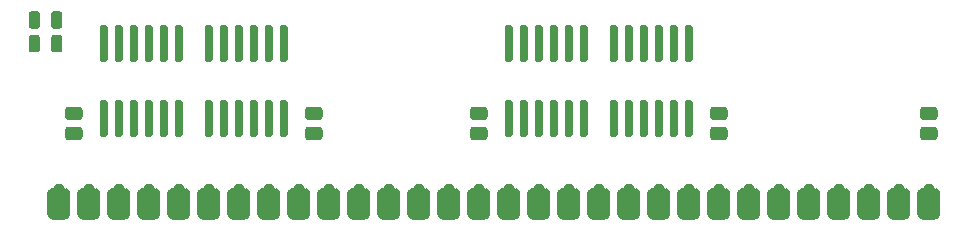
<source format=gts>
G04 #@! TF.GenerationSoftware,KiCad,Pcbnew,(5.1.10-1-10_14)*
G04 #@! TF.CreationDate,2021-07-28T15:37:25-04:00*
G04 #@! TF.ProjectId,GW4190-SOJ,47573431-3930-42d5-934f-4a2e6b696361,2.0-SOJ*
G04 #@! TF.SameCoordinates,Original*
G04 #@! TF.FileFunction,Soldermask,Top*
G04 #@! TF.FilePolarity,Negative*
%FSLAX46Y46*%
G04 Gerber Fmt 4.6, Leading zero omitted, Abs format (unit mm)*
G04 Created by KiCad (PCBNEW (5.1.10-1-10_14)) date 2021-07-28 15:37:25*
%MOMM*%
%LPD*%
G01*
G04 APERTURE LIST*
%ADD10C,0.952400*%
%ADD11C,0.100000*%
G04 APERTURE END LIST*
G36*
G01*
X137335000Y-88061000D02*
X136985000Y-88061000D01*
G75*
G02*
X136810000Y-87886000I0J175000D01*
G01*
X136810000Y-85088000D01*
G75*
G02*
X136985000Y-84913000I175000J0D01*
G01*
X137335000Y-84913000D01*
G75*
G02*
X137510000Y-85088000I0J-175000D01*
G01*
X137510000Y-87886000D01*
G75*
G02*
X137335000Y-88061000I-175000J0D01*
G01*
G37*
G36*
G01*
X122095000Y-88061000D02*
X121745000Y-88061000D01*
G75*
G02*
X121570000Y-87886000I0J175000D01*
G01*
X121570000Y-85088000D01*
G75*
G02*
X121745000Y-84913000I175000J0D01*
G01*
X122095000Y-84913000D01*
G75*
G02*
X122270000Y-85088000I0J-175000D01*
G01*
X122270000Y-87886000D01*
G75*
G02*
X122095000Y-88061000I-175000J0D01*
G01*
G37*
G36*
G01*
X123365000Y-88061000D02*
X123015000Y-88061000D01*
G75*
G02*
X122840000Y-87886000I0J175000D01*
G01*
X122840000Y-85088000D01*
G75*
G02*
X123015000Y-84913000I175000J0D01*
G01*
X123365000Y-84913000D01*
G75*
G02*
X123540000Y-85088000I0J-175000D01*
G01*
X123540000Y-87886000D01*
G75*
G02*
X123365000Y-88061000I-175000J0D01*
G01*
G37*
G36*
G01*
X124635000Y-88061000D02*
X124285000Y-88061000D01*
G75*
G02*
X124110000Y-87886000I0J175000D01*
G01*
X124110000Y-85088000D01*
G75*
G02*
X124285000Y-84913000I175000J0D01*
G01*
X124635000Y-84913000D01*
G75*
G02*
X124810000Y-85088000I0J-175000D01*
G01*
X124810000Y-87886000D01*
G75*
G02*
X124635000Y-88061000I-175000J0D01*
G01*
G37*
G36*
G01*
X125905000Y-88061000D02*
X125555000Y-88061000D01*
G75*
G02*
X125380000Y-87886000I0J175000D01*
G01*
X125380000Y-85088000D01*
G75*
G02*
X125555000Y-84913000I175000J0D01*
G01*
X125905000Y-84913000D01*
G75*
G02*
X126080000Y-85088000I0J-175000D01*
G01*
X126080000Y-87886000D01*
G75*
G02*
X125905000Y-88061000I-175000J0D01*
G01*
G37*
G36*
G01*
X127175000Y-88061000D02*
X126825000Y-88061000D01*
G75*
G02*
X126650000Y-87886000I0J175000D01*
G01*
X126650000Y-85088000D01*
G75*
G02*
X126825000Y-84913000I175000J0D01*
G01*
X127175000Y-84913000D01*
G75*
G02*
X127350000Y-85088000I0J-175000D01*
G01*
X127350000Y-87886000D01*
G75*
G02*
X127175000Y-88061000I-175000J0D01*
G01*
G37*
G36*
G01*
X132255000Y-88061000D02*
X131905000Y-88061000D01*
G75*
G02*
X131730000Y-87886000I0J175000D01*
G01*
X131730000Y-85088000D01*
G75*
G02*
X131905000Y-84913000I175000J0D01*
G01*
X132255000Y-84913000D01*
G75*
G02*
X132430000Y-85088000I0J-175000D01*
G01*
X132430000Y-87886000D01*
G75*
G02*
X132255000Y-88061000I-175000J0D01*
G01*
G37*
G36*
G01*
X133525000Y-88061000D02*
X133175000Y-88061000D01*
G75*
G02*
X133000000Y-87886000I0J175000D01*
G01*
X133000000Y-85088000D01*
G75*
G02*
X133175000Y-84913000I175000J0D01*
G01*
X133525000Y-84913000D01*
G75*
G02*
X133700000Y-85088000I0J-175000D01*
G01*
X133700000Y-87886000D01*
G75*
G02*
X133525000Y-88061000I-175000J0D01*
G01*
G37*
G36*
G01*
X134795000Y-88061000D02*
X134445000Y-88061000D01*
G75*
G02*
X134270000Y-87886000I0J175000D01*
G01*
X134270000Y-85088000D01*
G75*
G02*
X134445000Y-84913000I175000J0D01*
G01*
X134795000Y-84913000D01*
G75*
G02*
X134970000Y-85088000I0J-175000D01*
G01*
X134970000Y-87886000D01*
G75*
G02*
X134795000Y-88061000I-175000J0D01*
G01*
G37*
G36*
G01*
X136065000Y-88061000D02*
X135715000Y-88061000D01*
G75*
G02*
X135540000Y-87886000I0J175000D01*
G01*
X135540000Y-85088000D01*
G75*
G02*
X135715000Y-84913000I175000J0D01*
G01*
X136065000Y-84913000D01*
G75*
G02*
X136240000Y-85088000I0J-175000D01*
G01*
X136240000Y-87886000D01*
G75*
G02*
X136065000Y-88061000I-175000J0D01*
G01*
G37*
G36*
G01*
X137335000Y-94411000D02*
X136985000Y-94411000D01*
G75*
G02*
X136810000Y-94236000I0J175000D01*
G01*
X136810000Y-91438000D01*
G75*
G02*
X136985000Y-91263000I175000J0D01*
G01*
X137335000Y-91263000D01*
G75*
G02*
X137510000Y-91438000I0J-175000D01*
G01*
X137510000Y-94236000D01*
G75*
G02*
X137335000Y-94411000I-175000J0D01*
G01*
G37*
G36*
G01*
X136065000Y-94411000D02*
X135715000Y-94411000D01*
G75*
G02*
X135540000Y-94236000I0J175000D01*
G01*
X135540000Y-91438000D01*
G75*
G02*
X135715000Y-91263000I175000J0D01*
G01*
X136065000Y-91263000D01*
G75*
G02*
X136240000Y-91438000I0J-175000D01*
G01*
X136240000Y-94236000D01*
G75*
G02*
X136065000Y-94411000I-175000J0D01*
G01*
G37*
G36*
G01*
X134795000Y-94411000D02*
X134445000Y-94411000D01*
G75*
G02*
X134270000Y-94236000I0J175000D01*
G01*
X134270000Y-91438000D01*
G75*
G02*
X134445000Y-91263000I175000J0D01*
G01*
X134795000Y-91263000D01*
G75*
G02*
X134970000Y-91438000I0J-175000D01*
G01*
X134970000Y-94236000D01*
G75*
G02*
X134795000Y-94411000I-175000J0D01*
G01*
G37*
G36*
G01*
X133525000Y-94411000D02*
X133175000Y-94411000D01*
G75*
G02*
X133000000Y-94236000I0J175000D01*
G01*
X133000000Y-91438000D01*
G75*
G02*
X133175000Y-91263000I175000J0D01*
G01*
X133525000Y-91263000D01*
G75*
G02*
X133700000Y-91438000I0J-175000D01*
G01*
X133700000Y-94236000D01*
G75*
G02*
X133525000Y-94411000I-175000J0D01*
G01*
G37*
G36*
G01*
X132255000Y-94411000D02*
X131905000Y-94411000D01*
G75*
G02*
X131730000Y-94236000I0J175000D01*
G01*
X131730000Y-91438000D01*
G75*
G02*
X131905000Y-91263000I175000J0D01*
G01*
X132255000Y-91263000D01*
G75*
G02*
X132430000Y-91438000I0J-175000D01*
G01*
X132430000Y-94236000D01*
G75*
G02*
X132255000Y-94411000I-175000J0D01*
G01*
G37*
G36*
G01*
X127175000Y-94411000D02*
X126825000Y-94411000D01*
G75*
G02*
X126650000Y-94236000I0J175000D01*
G01*
X126650000Y-91438000D01*
G75*
G02*
X126825000Y-91263000I175000J0D01*
G01*
X127175000Y-91263000D01*
G75*
G02*
X127350000Y-91438000I0J-175000D01*
G01*
X127350000Y-94236000D01*
G75*
G02*
X127175000Y-94411000I-175000J0D01*
G01*
G37*
G36*
G01*
X125905000Y-94411000D02*
X125555000Y-94411000D01*
G75*
G02*
X125380000Y-94236000I0J175000D01*
G01*
X125380000Y-91438000D01*
G75*
G02*
X125555000Y-91263000I175000J0D01*
G01*
X125905000Y-91263000D01*
G75*
G02*
X126080000Y-91438000I0J-175000D01*
G01*
X126080000Y-94236000D01*
G75*
G02*
X125905000Y-94411000I-175000J0D01*
G01*
G37*
G36*
G01*
X124635000Y-94411000D02*
X124285000Y-94411000D01*
G75*
G02*
X124110000Y-94236000I0J175000D01*
G01*
X124110000Y-91438000D01*
G75*
G02*
X124285000Y-91263000I175000J0D01*
G01*
X124635000Y-91263000D01*
G75*
G02*
X124810000Y-91438000I0J-175000D01*
G01*
X124810000Y-94236000D01*
G75*
G02*
X124635000Y-94411000I-175000J0D01*
G01*
G37*
G36*
G01*
X123365000Y-94411000D02*
X123015000Y-94411000D01*
G75*
G02*
X122840000Y-94236000I0J175000D01*
G01*
X122840000Y-91438000D01*
G75*
G02*
X123015000Y-91263000I175000J0D01*
G01*
X123365000Y-91263000D01*
G75*
G02*
X123540000Y-91438000I0J-175000D01*
G01*
X123540000Y-94236000D01*
G75*
G02*
X123365000Y-94411000I-175000J0D01*
G01*
G37*
G36*
G01*
X122095000Y-94411000D02*
X121745000Y-94411000D01*
G75*
G02*
X121570000Y-94236000I0J175000D01*
G01*
X121570000Y-91438000D01*
G75*
G02*
X121745000Y-91263000I175000J0D01*
G01*
X122095000Y-91263000D01*
G75*
G02*
X122270000Y-91438000I0J-175000D01*
G01*
X122270000Y-94236000D01*
G75*
G02*
X122095000Y-94411000I-175000J0D01*
G01*
G37*
G36*
G01*
X128445000Y-88061000D02*
X128095000Y-88061000D01*
G75*
G02*
X127920000Y-87886000I0J175000D01*
G01*
X127920000Y-85088000D01*
G75*
G02*
X128095000Y-84913000I175000J0D01*
G01*
X128445000Y-84913000D01*
G75*
G02*
X128620000Y-85088000I0J-175000D01*
G01*
X128620000Y-87886000D01*
G75*
G02*
X128445000Y-88061000I-175000J0D01*
G01*
G37*
G36*
G01*
X128445000Y-94411000D02*
X128095000Y-94411000D01*
G75*
G02*
X127920000Y-94236000I0J175000D01*
G01*
X127920000Y-91438000D01*
G75*
G02*
X128095000Y-91263000I175000J0D01*
G01*
X128445000Y-91263000D01*
G75*
G02*
X128620000Y-91438000I0J-175000D01*
G01*
X128620000Y-94236000D01*
G75*
G02*
X128445000Y-94411000I-175000J0D01*
G01*
G37*
G36*
G01*
X130985000Y-88061000D02*
X130635000Y-88061000D01*
G75*
G02*
X130460000Y-87886000I0J175000D01*
G01*
X130460000Y-85088000D01*
G75*
G02*
X130635000Y-84913000I175000J0D01*
G01*
X130985000Y-84913000D01*
G75*
G02*
X131160000Y-85088000I0J-175000D01*
G01*
X131160000Y-87886000D01*
G75*
G02*
X130985000Y-88061000I-175000J0D01*
G01*
G37*
G36*
G01*
X130985000Y-94411000D02*
X130635000Y-94411000D01*
G75*
G02*
X130460000Y-94236000I0J175000D01*
G01*
X130460000Y-91438000D01*
G75*
G02*
X130635000Y-91263000I175000J0D01*
G01*
X130985000Y-91263000D01*
G75*
G02*
X131160000Y-91438000I0J-175000D01*
G01*
X131160000Y-94236000D01*
G75*
G02*
X130985000Y-94411000I-175000J0D01*
G01*
G37*
G36*
G01*
X103045000Y-88061000D02*
X102695000Y-88061000D01*
G75*
G02*
X102520000Y-87886000I0J175000D01*
G01*
X102520000Y-85088000D01*
G75*
G02*
X102695000Y-84913000I175000J0D01*
G01*
X103045000Y-84913000D01*
G75*
G02*
X103220000Y-85088000I0J-175000D01*
G01*
X103220000Y-87886000D01*
G75*
G02*
X103045000Y-88061000I-175000J0D01*
G01*
G37*
G36*
G01*
X87805000Y-88061000D02*
X87455000Y-88061000D01*
G75*
G02*
X87280000Y-87886000I0J175000D01*
G01*
X87280000Y-85088000D01*
G75*
G02*
X87455000Y-84913000I175000J0D01*
G01*
X87805000Y-84913000D01*
G75*
G02*
X87980000Y-85088000I0J-175000D01*
G01*
X87980000Y-87886000D01*
G75*
G02*
X87805000Y-88061000I-175000J0D01*
G01*
G37*
G36*
G01*
X89075000Y-88061000D02*
X88725000Y-88061000D01*
G75*
G02*
X88550000Y-87886000I0J175000D01*
G01*
X88550000Y-85088000D01*
G75*
G02*
X88725000Y-84913000I175000J0D01*
G01*
X89075000Y-84913000D01*
G75*
G02*
X89250000Y-85088000I0J-175000D01*
G01*
X89250000Y-87886000D01*
G75*
G02*
X89075000Y-88061000I-175000J0D01*
G01*
G37*
G36*
G01*
X90345000Y-88061000D02*
X89995000Y-88061000D01*
G75*
G02*
X89820000Y-87886000I0J175000D01*
G01*
X89820000Y-85088000D01*
G75*
G02*
X89995000Y-84913000I175000J0D01*
G01*
X90345000Y-84913000D01*
G75*
G02*
X90520000Y-85088000I0J-175000D01*
G01*
X90520000Y-87886000D01*
G75*
G02*
X90345000Y-88061000I-175000J0D01*
G01*
G37*
G36*
G01*
X91615000Y-88061000D02*
X91265000Y-88061000D01*
G75*
G02*
X91090000Y-87886000I0J175000D01*
G01*
X91090000Y-85088000D01*
G75*
G02*
X91265000Y-84913000I175000J0D01*
G01*
X91615000Y-84913000D01*
G75*
G02*
X91790000Y-85088000I0J-175000D01*
G01*
X91790000Y-87886000D01*
G75*
G02*
X91615000Y-88061000I-175000J0D01*
G01*
G37*
G36*
G01*
X92885000Y-88061000D02*
X92535000Y-88061000D01*
G75*
G02*
X92360000Y-87886000I0J175000D01*
G01*
X92360000Y-85088000D01*
G75*
G02*
X92535000Y-84913000I175000J0D01*
G01*
X92885000Y-84913000D01*
G75*
G02*
X93060000Y-85088000I0J-175000D01*
G01*
X93060000Y-87886000D01*
G75*
G02*
X92885000Y-88061000I-175000J0D01*
G01*
G37*
G36*
G01*
X97965000Y-88061000D02*
X97615000Y-88061000D01*
G75*
G02*
X97440000Y-87886000I0J175000D01*
G01*
X97440000Y-85088000D01*
G75*
G02*
X97615000Y-84913000I175000J0D01*
G01*
X97965000Y-84913000D01*
G75*
G02*
X98140000Y-85088000I0J-175000D01*
G01*
X98140000Y-87886000D01*
G75*
G02*
X97965000Y-88061000I-175000J0D01*
G01*
G37*
G36*
G01*
X99235000Y-88061000D02*
X98885000Y-88061000D01*
G75*
G02*
X98710000Y-87886000I0J175000D01*
G01*
X98710000Y-85088000D01*
G75*
G02*
X98885000Y-84913000I175000J0D01*
G01*
X99235000Y-84913000D01*
G75*
G02*
X99410000Y-85088000I0J-175000D01*
G01*
X99410000Y-87886000D01*
G75*
G02*
X99235000Y-88061000I-175000J0D01*
G01*
G37*
G36*
G01*
X100505000Y-88061000D02*
X100155000Y-88061000D01*
G75*
G02*
X99980000Y-87886000I0J175000D01*
G01*
X99980000Y-85088000D01*
G75*
G02*
X100155000Y-84913000I175000J0D01*
G01*
X100505000Y-84913000D01*
G75*
G02*
X100680000Y-85088000I0J-175000D01*
G01*
X100680000Y-87886000D01*
G75*
G02*
X100505000Y-88061000I-175000J0D01*
G01*
G37*
G36*
G01*
X101775000Y-88061000D02*
X101425000Y-88061000D01*
G75*
G02*
X101250000Y-87886000I0J175000D01*
G01*
X101250000Y-85088000D01*
G75*
G02*
X101425000Y-84913000I175000J0D01*
G01*
X101775000Y-84913000D01*
G75*
G02*
X101950000Y-85088000I0J-175000D01*
G01*
X101950000Y-87886000D01*
G75*
G02*
X101775000Y-88061000I-175000J0D01*
G01*
G37*
G36*
G01*
X103045000Y-94411000D02*
X102695000Y-94411000D01*
G75*
G02*
X102520000Y-94236000I0J175000D01*
G01*
X102520000Y-91438000D01*
G75*
G02*
X102695000Y-91263000I175000J0D01*
G01*
X103045000Y-91263000D01*
G75*
G02*
X103220000Y-91438000I0J-175000D01*
G01*
X103220000Y-94236000D01*
G75*
G02*
X103045000Y-94411000I-175000J0D01*
G01*
G37*
G36*
G01*
X101775000Y-94411000D02*
X101425000Y-94411000D01*
G75*
G02*
X101250000Y-94236000I0J175000D01*
G01*
X101250000Y-91438000D01*
G75*
G02*
X101425000Y-91263000I175000J0D01*
G01*
X101775000Y-91263000D01*
G75*
G02*
X101950000Y-91438000I0J-175000D01*
G01*
X101950000Y-94236000D01*
G75*
G02*
X101775000Y-94411000I-175000J0D01*
G01*
G37*
G36*
G01*
X100505000Y-94411000D02*
X100155000Y-94411000D01*
G75*
G02*
X99980000Y-94236000I0J175000D01*
G01*
X99980000Y-91438000D01*
G75*
G02*
X100155000Y-91263000I175000J0D01*
G01*
X100505000Y-91263000D01*
G75*
G02*
X100680000Y-91438000I0J-175000D01*
G01*
X100680000Y-94236000D01*
G75*
G02*
X100505000Y-94411000I-175000J0D01*
G01*
G37*
G36*
G01*
X99235000Y-94411000D02*
X98885000Y-94411000D01*
G75*
G02*
X98710000Y-94236000I0J175000D01*
G01*
X98710000Y-91438000D01*
G75*
G02*
X98885000Y-91263000I175000J0D01*
G01*
X99235000Y-91263000D01*
G75*
G02*
X99410000Y-91438000I0J-175000D01*
G01*
X99410000Y-94236000D01*
G75*
G02*
X99235000Y-94411000I-175000J0D01*
G01*
G37*
G36*
G01*
X97965000Y-94411000D02*
X97615000Y-94411000D01*
G75*
G02*
X97440000Y-94236000I0J175000D01*
G01*
X97440000Y-91438000D01*
G75*
G02*
X97615000Y-91263000I175000J0D01*
G01*
X97965000Y-91263000D01*
G75*
G02*
X98140000Y-91438000I0J-175000D01*
G01*
X98140000Y-94236000D01*
G75*
G02*
X97965000Y-94411000I-175000J0D01*
G01*
G37*
G36*
G01*
X92885000Y-94411000D02*
X92535000Y-94411000D01*
G75*
G02*
X92360000Y-94236000I0J175000D01*
G01*
X92360000Y-91438000D01*
G75*
G02*
X92535000Y-91263000I175000J0D01*
G01*
X92885000Y-91263000D01*
G75*
G02*
X93060000Y-91438000I0J-175000D01*
G01*
X93060000Y-94236000D01*
G75*
G02*
X92885000Y-94411000I-175000J0D01*
G01*
G37*
G36*
G01*
X91615000Y-94411000D02*
X91265000Y-94411000D01*
G75*
G02*
X91090000Y-94236000I0J175000D01*
G01*
X91090000Y-91438000D01*
G75*
G02*
X91265000Y-91263000I175000J0D01*
G01*
X91615000Y-91263000D01*
G75*
G02*
X91790000Y-91438000I0J-175000D01*
G01*
X91790000Y-94236000D01*
G75*
G02*
X91615000Y-94411000I-175000J0D01*
G01*
G37*
G36*
G01*
X90345000Y-94411000D02*
X89995000Y-94411000D01*
G75*
G02*
X89820000Y-94236000I0J175000D01*
G01*
X89820000Y-91438000D01*
G75*
G02*
X89995000Y-91263000I175000J0D01*
G01*
X90345000Y-91263000D01*
G75*
G02*
X90520000Y-91438000I0J-175000D01*
G01*
X90520000Y-94236000D01*
G75*
G02*
X90345000Y-94411000I-175000J0D01*
G01*
G37*
G36*
G01*
X89075000Y-94411000D02*
X88725000Y-94411000D01*
G75*
G02*
X88550000Y-94236000I0J175000D01*
G01*
X88550000Y-91438000D01*
G75*
G02*
X88725000Y-91263000I175000J0D01*
G01*
X89075000Y-91263000D01*
G75*
G02*
X89250000Y-91438000I0J-175000D01*
G01*
X89250000Y-94236000D01*
G75*
G02*
X89075000Y-94411000I-175000J0D01*
G01*
G37*
G36*
G01*
X87805000Y-94411000D02*
X87455000Y-94411000D01*
G75*
G02*
X87280000Y-94236000I0J175000D01*
G01*
X87280000Y-91438000D01*
G75*
G02*
X87455000Y-91263000I175000J0D01*
G01*
X87805000Y-91263000D01*
G75*
G02*
X87980000Y-91438000I0J-175000D01*
G01*
X87980000Y-94236000D01*
G75*
G02*
X87805000Y-94411000I-175000J0D01*
G01*
G37*
G36*
G01*
X94155000Y-88061000D02*
X93805000Y-88061000D01*
G75*
G02*
X93630000Y-87886000I0J175000D01*
G01*
X93630000Y-85088000D01*
G75*
G02*
X93805000Y-84913000I175000J0D01*
G01*
X94155000Y-84913000D01*
G75*
G02*
X94330000Y-85088000I0J-175000D01*
G01*
X94330000Y-87886000D01*
G75*
G02*
X94155000Y-88061000I-175000J0D01*
G01*
G37*
G36*
G01*
X94155000Y-94411000D02*
X93805000Y-94411000D01*
G75*
G02*
X93630000Y-94236000I0J175000D01*
G01*
X93630000Y-91438000D01*
G75*
G02*
X93805000Y-91263000I175000J0D01*
G01*
X94155000Y-91263000D01*
G75*
G02*
X94330000Y-91438000I0J-175000D01*
G01*
X94330000Y-94236000D01*
G75*
G02*
X94155000Y-94411000I-175000J0D01*
G01*
G37*
G36*
G01*
X96695000Y-88061000D02*
X96345000Y-88061000D01*
G75*
G02*
X96170000Y-87886000I0J175000D01*
G01*
X96170000Y-85088000D01*
G75*
G02*
X96345000Y-84913000I175000J0D01*
G01*
X96695000Y-84913000D01*
G75*
G02*
X96870000Y-85088000I0J-175000D01*
G01*
X96870000Y-87886000D01*
G75*
G02*
X96695000Y-88061000I-175000J0D01*
G01*
G37*
G36*
G01*
X96695000Y-94411000D02*
X96345000Y-94411000D01*
G75*
G02*
X96170000Y-94236000I0J175000D01*
G01*
X96170000Y-91438000D01*
G75*
G02*
X96345000Y-91263000I175000J0D01*
G01*
X96695000Y-91263000D01*
G75*
G02*
X96870000Y-91438000I0J-175000D01*
G01*
X96870000Y-94236000D01*
G75*
G02*
X96695000Y-94411000I-175000J0D01*
G01*
G37*
G36*
G01*
X84627500Y-93532000D02*
X85552500Y-93532000D01*
G75*
G02*
X85840000Y-93819500I0J-287500D01*
G01*
X85840000Y-94394500D01*
G75*
G02*
X85552500Y-94682000I-287500J0D01*
G01*
X84627500Y-94682000D01*
G75*
G02*
X84340000Y-94394500I0J287500D01*
G01*
X84340000Y-93819500D01*
G75*
G02*
X84627500Y-93532000I287500J0D01*
G01*
G37*
G36*
G01*
X84627500Y-91832000D02*
X85552500Y-91832000D01*
G75*
G02*
X85840000Y-92119500I0J-287500D01*
G01*
X85840000Y-92694500D01*
G75*
G02*
X85552500Y-92982000I-287500J0D01*
G01*
X84627500Y-92982000D01*
G75*
G02*
X84340000Y-92694500I0J287500D01*
G01*
X84340000Y-92119500D01*
G75*
G02*
X84627500Y-91832000I287500J0D01*
G01*
G37*
G36*
G01*
X104947500Y-93532000D02*
X105872500Y-93532000D01*
G75*
G02*
X106160000Y-93819500I0J-287500D01*
G01*
X106160000Y-94394500D01*
G75*
G02*
X105872500Y-94682000I-287500J0D01*
G01*
X104947500Y-94682000D01*
G75*
G02*
X104660000Y-94394500I0J287500D01*
G01*
X104660000Y-93819500D01*
G75*
G02*
X104947500Y-93532000I287500J0D01*
G01*
G37*
G36*
G01*
X104947500Y-91832000D02*
X105872500Y-91832000D01*
G75*
G02*
X106160000Y-92119500I0J-287500D01*
G01*
X106160000Y-92694500D01*
G75*
G02*
X105872500Y-92982000I-287500J0D01*
G01*
X104947500Y-92982000D01*
G75*
G02*
X104660000Y-92694500I0J287500D01*
G01*
X104660000Y-92119500D01*
G75*
G02*
X104947500Y-91832000I287500J0D01*
G01*
G37*
G36*
G01*
X118917500Y-93532000D02*
X119842500Y-93532000D01*
G75*
G02*
X120130000Y-93819500I0J-287500D01*
G01*
X120130000Y-94394500D01*
G75*
G02*
X119842500Y-94682000I-287500J0D01*
G01*
X118917500Y-94682000D01*
G75*
G02*
X118630000Y-94394500I0J287500D01*
G01*
X118630000Y-93819500D01*
G75*
G02*
X118917500Y-93532000I287500J0D01*
G01*
G37*
G36*
G01*
X118917500Y-91832000D02*
X119842500Y-91832000D01*
G75*
G02*
X120130000Y-92119500I0J-287500D01*
G01*
X120130000Y-92694500D01*
G75*
G02*
X119842500Y-92982000I-287500J0D01*
G01*
X118917500Y-92982000D01*
G75*
G02*
X118630000Y-92694500I0J287500D01*
G01*
X118630000Y-92119500D01*
G75*
G02*
X118917500Y-91832000I287500J0D01*
G01*
G37*
G36*
G01*
X157942500Y-92982000D02*
X157017500Y-92982000D01*
G75*
G02*
X156730000Y-92694500I0J287500D01*
G01*
X156730000Y-92119500D01*
G75*
G02*
X157017500Y-91832000I287500J0D01*
G01*
X157942500Y-91832000D01*
G75*
G02*
X158230000Y-92119500I0J-287500D01*
G01*
X158230000Y-92694500D01*
G75*
G02*
X157942500Y-92982000I-287500J0D01*
G01*
G37*
G36*
G01*
X157942500Y-94682000D02*
X157017500Y-94682000D01*
G75*
G02*
X156730000Y-94394500I0J287500D01*
G01*
X156730000Y-93819500D01*
G75*
G02*
X157017500Y-93532000I287500J0D01*
G01*
X157942500Y-93532000D01*
G75*
G02*
X158230000Y-93819500I0J-287500D01*
G01*
X158230000Y-94394500D01*
G75*
G02*
X157942500Y-94682000I-287500J0D01*
G01*
G37*
G36*
G01*
X139237500Y-93532000D02*
X140162500Y-93532000D01*
G75*
G02*
X140450000Y-93819500I0J-287500D01*
G01*
X140450000Y-94394500D01*
G75*
G02*
X140162500Y-94682000I-287500J0D01*
G01*
X139237500Y-94682000D01*
G75*
G02*
X138950000Y-94394500I0J287500D01*
G01*
X138950000Y-93819500D01*
G75*
G02*
X139237500Y-93532000I287500J0D01*
G01*
G37*
G36*
G01*
X139237500Y-91832000D02*
X140162500Y-91832000D01*
G75*
G02*
X140450000Y-92119500I0J-287500D01*
G01*
X140450000Y-92694500D01*
G75*
G02*
X140162500Y-92982000I-287500J0D01*
G01*
X139237500Y-92982000D01*
G75*
G02*
X138950000Y-92694500I0J287500D01*
G01*
X138950000Y-92119500D01*
G75*
G02*
X139237500Y-91832000I287500J0D01*
G01*
G37*
G36*
G01*
X82854800Y-100939600D02*
X82854800Y-99212400D01*
G75*
G02*
X83337400Y-98729800I482600J0D01*
G01*
X84302600Y-98729800D01*
G75*
G02*
X84785200Y-99212400I0J-482600D01*
G01*
X84785200Y-100939600D01*
G75*
G02*
X84302600Y-101422200I-482600J0D01*
G01*
X83337400Y-101422200D01*
G75*
G02*
X82854800Y-100939600I0J482600D01*
G01*
G37*
G36*
G01*
X85394800Y-100939600D02*
X85394800Y-99212400D01*
G75*
G02*
X85877400Y-98729800I482600J0D01*
G01*
X86842600Y-98729800D01*
G75*
G02*
X87325200Y-99212400I0J-482600D01*
G01*
X87325200Y-100939600D01*
G75*
G02*
X86842600Y-101422200I-482600J0D01*
G01*
X85877400Y-101422200D01*
G75*
G02*
X85394800Y-100939600I0J482600D01*
G01*
G37*
D10*
X88900000Y-98806000D03*
G36*
G01*
X108254800Y-100939600D02*
X108254800Y-99212400D01*
G75*
G02*
X108737400Y-98729800I482600J0D01*
G01*
X109702600Y-98729800D01*
G75*
G02*
X110185200Y-99212400I0J-482600D01*
G01*
X110185200Y-100939600D01*
G75*
G02*
X109702600Y-101422200I-482600J0D01*
G01*
X108737400Y-101422200D01*
G75*
G02*
X108254800Y-100939600I0J482600D01*
G01*
G37*
G36*
G01*
X93014800Y-100939600D02*
X93014800Y-99212400D01*
G75*
G02*
X93497400Y-98729800I482600J0D01*
G01*
X94462600Y-98729800D01*
G75*
G02*
X94945200Y-99212400I0J-482600D01*
G01*
X94945200Y-100939600D01*
G75*
G02*
X94462600Y-101422200I-482600J0D01*
G01*
X93497400Y-101422200D01*
G75*
G02*
X93014800Y-100939600I0J482600D01*
G01*
G37*
G36*
G01*
X110794800Y-100939600D02*
X110794800Y-99212400D01*
G75*
G02*
X111277400Y-98729800I482600J0D01*
G01*
X112242600Y-98729800D01*
G75*
G02*
X112725200Y-99212400I0J-482600D01*
G01*
X112725200Y-100939600D01*
G75*
G02*
X112242600Y-101422200I-482600J0D01*
G01*
X111277400Y-101422200D01*
G75*
G02*
X110794800Y-100939600I0J482600D01*
G01*
G37*
G36*
G01*
X146354800Y-100939600D02*
X146354800Y-99212400D01*
G75*
G02*
X146837400Y-98729800I482600J0D01*
G01*
X147802600Y-98729800D01*
G75*
G02*
X148285200Y-99212400I0J-482600D01*
G01*
X148285200Y-100939600D01*
G75*
G02*
X147802600Y-101422200I-482600J0D01*
G01*
X146837400Y-101422200D01*
G75*
G02*
X146354800Y-100939600I0J482600D01*
G01*
G37*
G36*
G01*
X113334800Y-100939600D02*
X113334800Y-99212400D01*
G75*
G02*
X113817400Y-98729800I482600J0D01*
G01*
X114782600Y-98729800D01*
G75*
G02*
X115265200Y-99212400I0J-482600D01*
G01*
X115265200Y-100939600D01*
G75*
G02*
X114782600Y-101422200I-482600J0D01*
G01*
X113817400Y-101422200D01*
G75*
G02*
X113334800Y-100939600I0J482600D01*
G01*
G37*
G36*
G01*
X115874800Y-100939600D02*
X115874800Y-99212400D01*
G75*
G02*
X116357400Y-98729800I482600J0D01*
G01*
X117322600Y-98729800D01*
G75*
G02*
X117805200Y-99212400I0J-482600D01*
G01*
X117805200Y-100939600D01*
G75*
G02*
X117322600Y-101422200I-482600J0D01*
G01*
X116357400Y-101422200D01*
G75*
G02*
X115874800Y-100939600I0J482600D01*
G01*
G37*
G36*
G01*
X90474800Y-100939600D02*
X90474800Y-99212400D01*
G75*
G02*
X90957400Y-98729800I482600J0D01*
G01*
X91922600Y-98729800D01*
G75*
G02*
X92405200Y-99212400I0J-482600D01*
G01*
X92405200Y-100939600D01*
G75*
G02*
X91922600Y-101422200I-482600J0D01*
G01*
X90957400Y-101422200D01*
G75*
G02*
X90474800Y-100939600I0J482600D01*
G01*
G37*
G36*
G01*
X153974800Y-100939600D02*
X153974800Y-99212400D01*
G75*
G02*
X154457400Y-98729800I482600J0D01*
G01*
X155422600Y-98729800D01*
G75*
G02*
X155905200Y-99212400I0J-482600D01*
G01*
X155905200Y-100939600D01*
G75*
G02*
X155422600Y-101422200I-482600J0D01*
G01*
X154457400Y-101422200D01*
G75*
G02*
X153974800Y-100939600I0J482600D01*
G01*
G37*
G36*
G01*
X87934800Y-100939600D02*
X87934800Y-99212400D01*
G75*
G02*
X88417400Y-98729800I482600J0D01*
G01*
X89382600Y-98729800D01*
G75*
G02*
X89865200Y-99212400I0J-482600D01*
G01*
X89865200Y-100939600D01*
G75*
G02*
X89382600Y-101422200I-482600J0D01*
G01*
X88417400Y-101422200D01*
G75*
G02*
X87934800Y-100939600I0J482600D01*
G01*
G37*
G36*
G01*
X141274800Y-100939600D02*
X141274800Y-99212400D01*
G75*
G02*
X141757400Y-98729800I482600J0D01*
G01*
X142722600Y-98729800D01*
G75*
G02*
X143205200Y-99212400I0J-482600D01*
G01*
X143205200Y-100939600D01*
G75*
G02*
X142722600Y-101422200I-482600J0D01*
G01*
X141757400Y-101422200D01*
G75*
G02*
X141274800Y-100939600I0J482600D01*
G01*
G37*
G36*
G01*
X120954800Y-100939600D02*
X120954800Y-99212400D01*
G75*
G02*
X121437400Y-98729800I482600J0D01*
G01*
X122402600Y-98729800D01*
G75*
G02*
X122885200Y-99212400I0J-482600D01*
G01*
X122885200Y-100939600D01*
G75*
G02*
X122402600Y-101422200I-482600J0D01*
G01*
X121437400Y-101422200D01*
G75*
G02*
X120954800Y-100939600I0J482600D01*
G01*
G37*
G36*
G01*
X131114800Y-100939600D02*
X131114800Y-99212400D01*
G75*
G02*
X131597400Y-98729800I482600J0D01*
G01*
X132562600Y-98729800D01*
G75*
G02*
X133045200Y-99212400I0J-482600D01*
G01*
X133045200Y-100939600D01*
G75*
G02*
X132562600Y-101422200I-482600J0D01*
G01*
X131597400Y-101422200D01*
G75*
G02*
X131114800Y-100939600I0J482600D01*
G01*
G37*
G36*
G01*
X138734800Y-100939600D02*
X138734800Y-99212400D01*
G75*
G02*
X139217400Y-98729800I482600J0D01*
G01*
X140182600Y-98729800D01*
G75*
G02*
X140665200Y-99212400I0J-482600D01*
G01*
X140665200Y-100939600D01*
G75*
G02*
X140182600Y-101422200I-482600J0D01*
G01*
X139217400Y-101422200D01*
G75*
G02*
X138734800Y-100939600I0J482600D01*
G01*
G37*
G36*
G01*
X103174800Y-100939600D02*
X103174800Y-99212400D01*
G75*
G02*
X103657400Y-98729800I482600J0D01*
G01*
X104622600Y-98729800D01*
G75*
G02*
X105105200Y-99212400I0J-482600D01*
G01*
X105105200Y-100939600D01*
G75*
G02*
X104622600Y-101422200I-482600J0D01*
G01*
X103657400Y-101422200D01*
G75*
G02*
X103174800Y-100939600I0J482600D01*
G01*
G37*
G36*
G01*
X126034800Y-100939600D02*
X126034800Y-99212400D01*
G75*
G02*
X126517400Y-98729800I482600J0D01*
G01*
X127482600Y-98729800D01*
G75*
G02*
X127965200Y-99212400I0J-482600D01*
G01*
X127965200Y-100939600D01*
G75*
G02*
X127482600Y-101422200I-482600J0D01*
G01*
X126517400Y-101422200D01*
G75*
G02*
X126034800Y-100939600I0J482600D01*
G01*
G37*
G36*
G01*
X133654800Y-100939600D02*
X133654800Y-99212400D01*
G75*
G02*
X134137400Y-98729800I482600J0D01*
G01*
X135102600Y-98729800D01*
G75*
G02*
X135585200Y-99212400I0J-482600D01*
G01*
X135585200Y-100939600D01*
G75*
G02*
X135102600Y-101422200I-482600J0D01*
G01*
X134137400Y-101422200D01*
G75*
G02*
X133654800Y-100939600I0J482600D01*
G01*
G37*
G36*
G01*
X128574800Y-100939600D02*
X128574800Y-99212400D01*
G75*
G02*
X129057400Y-98729800I482600J0D01*
G01*
X130022600Y-98729800D01*
G75*
G02*
X130505200Y-99212400I0J-482600D01*
G01*
X130505200Y-100939600D01*
G75*
G02*
X130022600Y-101422200I-482600J0D01*
G01*
X129057400Y-101422200D01*
G75*
G02*
X128574800Y-100939600I0J482600D01*
G01*
G37*
G36*
G01*
X105714800Y-100939600D02*
X105714800Y-99212400D01*
G75*
G02*
X106197400Y-98729800I482600J0D01*
G01*
X107162600Y-98729800D01*
G75*
G02*
X107645200Y-99212400I0J-482600D01*
G01*
X107645200Y-100939600D01*
G75*
G02*
X107162600Y-101422200I-482600J0D01*
G01*
X106197400Y-101422200D01*
G75*
G02*
X105714800Y-100939600I0J482600D01*
G01*
G37*
G36*
G01*
X136194800Y-100939600D02*
X136194800Y-99212400D01*
G75*
G02*
X136677400Y-98729800I482600J0D01*
G01*
X137642600Y-98729800D01*
G75*
G02*
X138125200Y-99212400I0J-482600D01*
G01*
X138125200Y-100939600D01*
G75*
G02*
X137642600Y-101422200I-482600J0D01*
G01*
X136677400Y-101422200D01*
G75*
G02*
X136194800Y-100939600I0J482600D01*
G01*
G37*
G36*
G01*
X95554800Y-100939600D02*
X95554800Y-99212400D01*
G75*
G02*
X96037400Y-98729800I482600J0D01*
G01*
X97002600Y-98729800D01*
G75*
G02*
X97485200Y-99212400I0J-482600D01*
G01*
X97485200Y-100939600D01*
G75*
G02*
X97002600Y-101422200I-482600J0D01*
G01*
X96037400Y-101422200D01*
G75*
G02*
X95554800Y-100939600I0J482600D01*
G01*
G37*
G36*
G01*
X123494800Y-100939600D02*
X123494800Y-99212400D01*
G75*
G02*
X123977400Y-98729800I482600J0D01*
G01*
X124942600Y-98729800D01*
G75*
G02*
X125425200Y-99212400I0J-482600D01*
G01*
X125425200Y-100939600D01*
G75*
G02*
X124942600Y-101422200I-482600J0D01*
G01*
X123977400Y-101422200D01*
G75*
G02*
X123494800Y-100939600I0J482600D01*
G01*
G37*
G36*
G01*
X98094800Y-100939600D02*
X98094800Y-99212400D01*
G75*
G02*
X98577400Y-98729800I482600J0D01*
G01*
X99542600Y-98729800D01*
G75*
G02*
X100025200Y-99212400I0J-482600D01*
G01*
X100025200Y-100939600D01*
G75*
G02*
X99542600Y-101422200I-482600J0D01*
G01*
X98577400Y-101422200D01*
G75*
G02*
X98094800Y-100939600I0J482600D01*
G01*
G37*
G36*
G01*
X100634800Y-100939600D02*
X100634800Y-99212400D01*
G75*
G02*
X101117400Y-98729800I482600J0D01*
G01*
X102082600Y-98729800D01*
G75*
G02*
X102565200Y-99212400I0J-482600D01*
G01*
X102565200Y-100939600D01*
G75*
G02*
X102082600Y-101422200I-482600J0D01*
G01*
X101117400Y-101422200D01*
G75*
G02*
X100634800Y-100939600I0J482600D01*
G01*
G37*
G36*
G01*
X148894800Y-100939600D02*
X148894800Y-99212400D01*
G75*
G02*
X149377400Y-98729800I482600J0D01*
G01*
X150342600Y-98729800D01*
G75*
G02*
X150825200Y-99212400I0J-482600D01*
G01*
X150825200Y-100939600D01*
G75*
G02*
X150342600Y-101422200I-482600J0D01*
G01*
X149377400Y-101422200D01*
G75*
G02*
X148894800Y-100939600I0J482600D01*
G01*
G37*
G36*
G01*
X151434800Y-100939600D02*
X151434800Y-99212400D01*
G75*
G02*
X151917400Y-98729800I482600J0D01*
G01*
X152882600Y-98729800D01*
G75*
G02*
X153365200Y-99212400I0J-482600D01*
G01*
X153365200Y-100939600D01*
G75*
G02*
X152882600Y-101422200I-482600J0D01*
G01*
X151917400Y-101422200D01*
G75*
G02*
X151434800Y-100939600I0J482600D01*
G01*
G37*
G36*
G01*
X156514800Y-100939600D02*
X156514800Y-99212400D01*
G75*
G02*
X156997400Y-98729800I482600J0D01*
G01*
X157962600Y-98729800D01*
G75*
G02*
X158445200Y-99212400I0J-482600D01*
G01*
X158445200Y-100939600D01*
G75*
G02*
X157962600Y-101422200I-482600J0D01*
G01*
X156997400Y-101422200D01*
G75*
G02*
X156514800Y-100939600I0J482600D01*
G01*
G37*
G36*
G01*
X118414800Y-100939600D02*
X118414800Y-99212400D01*
G75*
G02*
X118897400Y-98729800I482600J0D01*
G01*
X119862600Y-98729800D01*
G75*
G02*
X120345200Y-99212400I0J-482600D01*
G01*
X120345200Y-100939600D01*
G75*
G02*
X119862600Y-101422200I-482600J0D01*
G01*
X118897400Y-101422200D01*
G75*
G02*
X118414800Y-100939600I0J482600D01*
G01*
G37*
G36*
G01*
X143814800Y-100939600D02*
X143814800Y-99212400D01*
G75*
G02*
X144297400Y-98729800I482600J0D01*
G01*
X145262600Y-98729800D01*
G75*
G02*
X145745200Y-99212400I0J-482600D01*
G01*
X145745200Y-100939600D01*
G75*
G02*
X145262600Y-101422200I-482600J0D01*
G01*
X144297400Y-101422200D01*
G75*
G02*
X143814800Y-100939600I0J482600D01*
G01*
G37*
X86360000Y-98806000D03*
X83820000Y-98806000D03*
X93980000Y-98806000D03*
X91440000Y-98806000D03*
X96520000Y-98806000D03*
X99060000Y-98806000D03*
X104140000Y-98806000D03*
X101600000Y-98806000D03*
X109220000Y-98806000D03*
X106680000Y-98806000D03*
X111760000Y-98806000D03*
X116840000Y-98806000D03*
X114300000Y-98806000D03*
X119380000Y-98806000D03*
X124460000Y-98806000D03*
X121920000Y-98806000D03*
X127000000Y-98806000D03*
X149860000Y-98806000D03*
X147320000Y-98806000D03*
X152400000Y-98806000D03*
X134620000Y-98806000D03*
X132080000Y-98806000D03*
X137160000Y-98806000D03*
X142240000Y-98806000D03*
X139700000Y-98806000D03*
X144780000Y-98806000D03*
X129540000Y-98806000D03*
X154940000Y-98806000D03*
X157480000Y-98806000D03*
G36*
G01*
X82225000Y-85987500D02*
X82225000Y-87012500D01*
G75*
G02*
X81987500Y-87250000I-237500J0D01*
G01*
X81512500Y-87250000D01*
G75*
G02*
X81275000Y-87012500I0J237500D01*
G01*
X81275000Y-85987500D01*
G75*
G02*
X81512500Y-85750000I237500J0D01*
G01*
X81987500Y-85750000D01*
G75*
G02*
X82225000Y-85987500I0J-237500D01*
G01*
G37*
G36*
G01*
X84125000Y-85987500D02*
X84125000Y-87012500D01*
G75*
G02*
X83887500Y-87250000I-237500J0D01*
G01*
X83412500Y-87250000D01*
G75*
G02*
X83175000Y-87012500I0J237500D01*
G01*
X83175000Y-85987500D01*
G75*
G02*
X83412500Y-85750000I237500J0D01*
G01*
X83887500Y-85750000D01*
G75*
G02*
X84125000Y-85987500I0J-237500D01*
G01*
G37*
G36*
G01*
X81275000Y-85012500D02*
X81275000Y-83987500D01*
G75*
G02*
X81512500Y-83750000I237500J0D01*
G01*
X81987500Y-83750000D01*
G75*
G02*
X82225000Y-83987500I0J-237500D01*
G01*
X82225000Y-85012500D01*
G75*
G02*
X81987500Y-85250000I-237500J0D01*
G01*
X81512500Y-85250000D01*
G75*
G02*
X81275000Y-85012500I0J237500D01*
G01*
G37*
G36*
G01*
X83175000Y-85012500D02*
X83175000Y-83987500D01*
G75*
G02*
X83412500Y-83750000I237500J0D01*
G01*
X83887500Y-83750000D01*
G75*
G02*
X84125000Y-83987500I0J-237500D01*
G01*
X84125000Y-85012500D01*
G75*
G02*
X83887500Y-85250000I-237500J0D01*
G01*
X83412500Y-85250000D01*
G75*
G02*
X83175000Y-85012500I0J237500D01*
G01*
G37*
D11*
G36*
X83362407Y-98684071D02*
G01*
X83362782Y-98685678D01*
X83353928Y-98730190D01*
X83351966Y-98731800D01*
X83337494Y-98731800D01*
X83243644Y-98741043D01*
X83153486Y-98768393D01*
X83070398Y-98812804D01*
X82997571Y-98872571D01*
X82937804Y-98945398D01*
X82893393Y-99028486D01*
X82866043Y-99118644D01*
X82856790Y-99212596D01*
X82855625Y-99214222D01*
X82853635Y-99214026D01*
X82852800Y-99212400D01*
X82852800Y-99183767D01*
X82852810Y-99183571D01*
X82861774Y-99092560D01*
X82861850Y-99092175D01*
X82887489Y-99007651D01*
X82887639Y-99007289D01*
X82929274Y-98929397D01*
X82929492Y-98929071D01*
X82985521Y-98860798D01*
X82985798Y-98860521D01*
X83054071Y-98804492D01*
X83054397Y-98804274D01*
X83132289Y-98762639D01*
X83132651Y-98762489D01*
X83217174Y-98736850D01*
X83217559Y-98736774D01*
X83305979Y-98728065D01*
X83317907Y-98725693D01*
X83329042Y-98721080D01*
X83339065Y-98714383D01*
X83347587Y-98705861D01*
X83354284Y-98695838D01*
X83358972Y-98684523D01*
X83360559Y-98683305D01*
X83362407Y-98684071D01*
G37*
G36*
X124002407Y-98684071D02*
G01*
X124002782Y-98685678D01*
X123993928Y-98730190D01*
X123991966Y-98731800D01*
X123977494Y-98731800D01*
X123883644Y-98741043D01*
X123793486Y-98768393D01*
X123710398Y-98812804D01*
X123637571Y-98872571D01*
X123577804Y-98945398D01*
X123533393Y-99028486D01*
X123506043Y-99118644D01*
X123496790Y-99212596D01*
X123495625Y-99214222D01*
X123493635Y-99214026D01*
X123492800Y-99212400D01*
X123492800Y-99183767D01*
X123492810Y-99183571D01*
X123501774Y-99092560D01*
X123501850Y-99092175D01*
X123527489Y-99007651D01*
X123527639Y-99007289D01*
X123569274Y-98929397D01*
X123569492Y-98929071D01*
X123625521Y-98860798D01*
X123625798Y-98860521D01*
X123694071Y-98804492D01*
X123694397Y-98804274D01*
X123772289Y-98762639D01*
X123772651Y-98762489D01*
X123857174Y-98736850D01*
X123857559Y-98736774D01*
X123945979Y-98728065D01*
X123957907Y-98725693D01*
X123969042Y-98721080D01*
X123979065Y-98714383D01*
X123987587Y-98705861D01*
X123994284Y-98695838D01*
X123998972Y-98684523D01*
X124000559Y-98683305D01*
X124002407Y-98684071D01*
G37*
G36*
X126542407Y-98684071D02*
G01*
X126542782Y-98685678D01*
X126533928Y-98730190D01*
X126531966Y-98731800D01*
X126517494Y-98731800D01*
X126423644Y-98741043D01*
X126333486Y-98768393D01*
X126250398Y-98812804D01*
X126177571Y-98872571D01*
X126117804Y-98945398D01*
X126073393Y-99028486D01*
X126046043Y-99118644D01*
X126036790Y-99212596D01*
X126035625Y-99214222D01*
X126033635Y-99214026D01*
X126032800Y-99212400D01*
X126032800Y-99183767D01*
X126032810Y-99183571D01*
X126041774Y-99092560D01*
X126041850Y-99092175D01*
X126067489Y-99007651D01*
X126067639Y-99007289D01*
X126109274Y-98929397D01*
X126109492Y-98929071D01*
X126165521Y-98860798D01*
X126165798Y-98860521D01*
X126234071Y-98804492D01*
X126234397Y-98804274D01*
X126312289Y-98762639D01*
X126312651Y-98762489D01*
X126397174Y-98736850D01*
X126397559Y-98736774D01*
X126485979Y-98728065D01*
X126497907Y-98725693D01*
X126509042Y-98721080D01*
X126519065Y-98714383D01*
X126527587Y-98705861D01*
X126534284Y-98695838D01*
X126538972Y-98684523D01*
X126540559Y-98683305D01*
X126542407Y-98684071D01*
G37*
G36*
X121462407Y-98684071D02*
G01*
X121462782Y-98685678D01*
X121453928Y-98730190D01*
X121451966Y-98731800D01*
X121437494Y-98731800D01*
X121343644Y-98741043D01*
X121253486Y-98768393D01*
X121170398Y-98812804D01*
X121097571Y-98872571D01*
X121037804Y-98945398D01*
X120993393Y-99028486D01*
X120966043Y-99118644D01*
X120956790Y-99212596D01*
X120955625Y-99214222D01*
X120953635Y-99214026D01*
X120952800Y-99212400D01*
X120952800Y-99183767D01*
X120952810Y-99183571D01*
X120961774Y-99092560D01*
X120961850Y-99092175D01*
X120987489Y-99007651D01*
X120987639Y-99007289D01*
X121029274Y-98929397D01*
X121029492Y-98929071D01*
X121085521Y-98860798D01*
X121085798Y-98860521D01*
X121154071Y-98804492D01*
X121154397Y-98804274D01*
X121232289Y-98762639D01*
X121232651Y-98762489D01*
X121317174Y-98736850D01*
X121317559Y-98736774D01*
X121405979Y-98728065D01*
X121417907Y-98725693D01*
X121429042Y-98721080D01*
X121439065Y-98714383D01*
X121447587Y-98705861D01*
X121454284Y-98695838D01*
X121458972Y-98684523D01*
X121460559Y-98683305D01*
X121462407Y-98684071D01*
G37*
G36*
X129082407Y-98684071D02*
G01*
X129082782Y-98685678D01*
X129073928Y-98730190D01*
X129071966Y-98731800D01*
X129057494Y-98731800D01*
X128963644Y-98741043D01*
X128873486Y-98768393D01*
X128790398Y-98812804D01*
X128717571Y-98872571D01*
X128657804Y-98945398D01*
X128613393Y-99028486D01*
X128586043Y-99118644D01*
X128576790Y-99212596D01*
X128575625Y-99214222D01*
X128573635Y-99214026D01*
X128572800Y-99212400D01*
X128572800Y-99183767D01*
X128572810Y-99183571D01*
X128581774Y-99092560D01*
X128581850Y-99092175D01*
X128607489Y-99007651D01*
X128607639Y-99007289D01*
X128649274Y-98929397D01*
X128649492Y-98929071D01*
X128705521Y-98860798D01*
X128705798Y-98860521D01*
X128774071Y-98804492D01*
X128774397Y-98804274D01*
X128852289Y-98762639D01*
X128852651Y-98762489D01*
X128937174Y-98736850D01*
X128937559Y-98736774D01*
X129025979Y-98728065D01*
X129037907Y-98725693D01*
X129049042Y-98721080D01*
X129059065Y-98714383D01*
X129067587Y-98705861D01*
X129074284Y-98695838D01*
X129078972Y-98684523D01*
X129080559Y-98683305D01*
X129082407Y-98684071D01*
G37*
G36*
X149402407Y-98684071D02*
G01*
X149402782Y-98685678D01*
X149393928Y-98730190D01*
X149391966Y-98731800D01*
X149377494Y-98731800D01*
X149283644Y-98741043D01*
X149193486Y-98768393D01*
X149110398Y-98812804D01*
X149037571Y-98872571D01*
X148977804Y-98945398D01*
X148933393Y-99028486D01*
X148906043Y-99118644D01*
X148896790Y-99212596D01*
X148895625Y-99214222D01*
X148893635Y-99214026D01*
X148892800Y-99212400D01*
X148892800Y-99183767D01*
X148892810Y-99183571D01*
X148901774Y-99092560D01*
X148901850Y-99092175D01*
X148927489Y-99007651D01*
X148927639Y-99007289D01*
X148969274Y-98929397D01*
X148969492Y-98929071D01*
X149025521Y-98860798D01*
X149025798Y-98860521D01*
X149094071Y-98804492D01*
X149094397Y-98804274D01*
X149172289Y-98762639D01*
X149172651Y-98762489D01*
X149257174Y-98736850D01*
X149257559Y-98736774D01*
X149345979Y-98728065D01*
X149357907Y-98725693D01*
X149369042Y-98721080D01*
X149379065Y-98714383D01*
X149387587Y-98705861D01*
X149394284Y-98695838D01*
X149398972Y-98684523D01*
X149400559Y-98683305D01*
X149402407Y-98684071D01*
G37*
G36*
X96062407Y-98684071D02*
G01*
X96062782Y-98685678D01*
X96053928Y-98730190D01*
X96051966Y-98731800D01*
X96037494Y-98731800D01*
X95943644Y-98741043D01*
X95853486Y-98768393D01*
X95770398Y-98812804D01*
X95697571Y-98872571D01*
X95637804Y-98945398D01*
X95593393Y-99028486D01*
X95566043Y-99118644D01*
X95556790Y-99212596D01*
X95555625Y-99214222D01*
X95553635Y-99214026D01*
X95552800Y-99212400D01*
X95552800Y-99183767D01*
X95552810Y-99183571D01*
X95561774Y-99092560D01*
X95561850Y-99092175D01*
X95587489Y-99007651D01*
X95587639Y-99007289D01*
X95629274Y-98929397D01*
X95629492Y-98929071D01*
X95685521Y-98860798D01*
X95685798Y-98860521D01*
X95754071Y-98804492D01*
X95754397Y-98804274D01*
X95832289Y-98762639D01*
X95832651Y-98762489D01*
X95917174Y-98736850D01*
X95917559Y-98736774D01*
X96005979Y-98728065D01*
X96017907Y-98725693D01*
X96029042Y-98721080D01*
X96039065Y-98714383D01*
X96047587Y-98705861D01*
X96054284Y-98695838D01*
X96058972Y-98684523D01*
X96060559Y-98683305D01*
X96062407Y-98684071D01*
G37*
G36*
X146862407Y-98684071D02*
G01*
X146862782Y-98685678D01*
X146853928Y-98730190D01*
X146851966Y-98731800D01*
X146837494Y-98731800D01*
X146743644Y-98741043D01*
X146653486Y-98768393D01*
X146570398Y-98812804D01*
X146497571Y-98872571D01*
X146437804Y-98945398D01*
X146393393Y-99028486D01*
X146366043Y-99118644D01*
X146356790Y-99212596D01*
X146355625Y-99214222D01*
X146353635Y-99214026D01*
X146352800Y-99212400D01*
X146352800Y-99183767D01*
X146352810Y-99183571D01*
X146361774Y-99092560D01*
X146361850Y-99092175D01*
X146387489Y-99007651D01*
X146387639Y-99007289D01*
X146429274Y-98929397D01*
X146429492Y-98929071D01*
X146485521Y-98860798D01*
X146485798Y-98860521D01*
X146554071Y-98804492D01*
X146554397Y-98804274D01*
X146632289Y-98762639D01*
X146632651Y-98762489D01*
X146717174Y-98736850D01*
X146717559Y-98736774D01*
X146805979Y-98728065D01*
X146817907Y-98725693D01*
X146829042Y-98721080D01*
X146839065Y-98714383D01*
X146847587Y-98705861D01*
X146854284Y-98695838D01*
X146858972Y-98684523D01*
X146860559Y-98683305D01*
X146862407Y-98684071D01*
G37*
G36*
X98602407Y-98684071D02*
G01*
X98602782Y-98685678D01*
X98593928Y-98730190D01*
X98591966Y-98731800D01*
X98577494Y-98731800D01*
X98483644Y-98741043D01*
X98393486Y-98768393D01*
X98310398Y-98812804D01*
X98237571Y-98872571D01*
X98177804Y-98945398D01*
X98133393Y-99028486D01*
X98106043Y-99118644D01*
X98096790Y-99212596D01*
X98095625Y-99214222D01*
X98093635Y-99214026D01*
X98092800Y-99212400D01*
X98092800Y-99183767D01*
X98092810Y-99183571D01*
X98101774Y-99092560D01*
X98101850Y-99092175D01*
X98127489Y-99007651D01*
X98127639Y-99007289D01*
X98169274Y-98929397D01*
X98169492Y-98929071D01*
X98225521Y-98860798D01*
X98225798Y-98860521D01*
X98294071Y-98804492D01*
X98294397Y-98804274D01*
X98372289Y-98762639D01*
X98372651Y-98762489D01*
X98457174Y-98736850D01*
X98457559Y-98736774D01*
X98545979Y-98728065D01*
X98557907Y-98725693D01*
X98569042Y-98721080D01*
X98579065Y-98714383D01*
X98587587Y-98705861D01*
X98594284Y-98695838D01*
X98598972Y-98684523D01*
X98600559Y-98683305D01*
X98602407Y-98684071D01*
G37*
G36*
X144322407Y-98684071D02*
G01*
X144322782Y-98685678D01*
X144313928Y-98730190D01*
X144311966Y-98731800D01*
X144297494Y-98731800D01*
X144203644Y-98741043D01*
X144113486Y-98768393D01*
X144030398Y-98812804D01*
X143957571Y-98872571D01*
X143897804Y-98945398D01*
X143853393Y-99028486D01*
X143826043Y-99118644D01*
X143816790Y-99212596D01*
X143815625Y-99214222D01*
X143813635Y-99214026D01*
X143812800Y-99212400D01*
X143812800Y-99183767D01*
X143812810Y-99183571D01*
X143821774Y-99092560D01*
X143821850Y-99092175D01*
X143847489Y-99007651D01*
X143847639Y-99007289D01*
X143889274Y-98929397D01*
X143889492Y-98929071D01*
X143945521Y-98860798D01*
X143945798Y-98860521D01*
X144014071Y-98804492D01*
X144014397Y-98804274D01*
X144092289Y-98762639D01*
X144092651Y-98762489D01*
X144177174Y-98736850D01*
X144177559Y-98736774D01*
X144265979Y-98728065D01*
X144277907Y-98725693D01*
X144289042Y-98721080D01*
X144299065Y-98714383D01*
X144307587Y-98705861D01*
X144314284Y-98695838D01*
X144318972Y-98684523D01*
X144320559Y-98683305D01*
X144322407Y-98684071D01*
G37*
G36*
X93522407Y-98684071D02*
G01*
X93522782Y-98685678D01*
X93513928Y-98730190D01*
X93511966Y-98731800D01*
X93497494Y-98731800D01*
X93403644Y-98741043D01*
X93313486Y-98768393D01*
X93230398Y-98812804D01*
X93157571Y-98872571D01*
X93097804Y-98945398D01*
X93053393Y-99028486D01*
X93026043Y-99118644D01*
X93016790Y-99212596D01*
X93015625Y-99214222D01*
X93013635Y-99214026D01*
X93012800Y-99212400D01*
X93012800Y-99183767D01*
X93012810Y-99183571D01*
X93021774Y-99092560D01*
X93021850Y-99092175D01*
X93047489Y-99007651D01*
X93047639Y-99007289D01*
X93089274Y-98929397D01*
X93089492Y-98929071D01*
X93145521Y-98860798D01*
X93145798Y-98860521D01*
X93214071Y-98804492D01*
X93214397Y-98804274D01*
X93292289Y-98762639D01*
X93292651Y-98762489D01*
X93377174Y-98736850D01*
X93377559Y-98736774D01*
X93465979Y-98728065D01*
X93477907Y-98725693D01*
X93489042Y-98721080D01*
X93499065Y-98714383D01*
X93507587Y-98705861D01*
X93514284Y-98695838D01*
X93518972Y-98684523D01*
X93520559Y-98683305D01*
X93522407Y-98684071D01*
G37*
G36*
X101142407Y-98684071D02*
G01*
X101142782Y-98685678D01*
X101133928Y-98730190D01*
X101131966Y-98731800D01*
X101117494Y-98731800D01*
X101023644Y-98741043D01*
X100933486Y-98768393D01*
X100850398Y-98812804D01*
X100777571Y-98872571D01*
X100717804Y-98945398D01*
X100673393Y-99028486D01*
X100646043Y-99118644D01*
X100636790Y-99212596D01*
X100635625Y-99214222D01*
X100633635Y-99214026D01*
X100632800Y-99212400D01*
X100632800Y-99183767D01*
X100632810Y-99183571D01*
X100641774Y-99092560D01*
X100641850Y-99092175D01*
X100667489Y-99007651D01*
X100667639Y-99007289D01*
X100709274Y-98929397D01*
X100709492Y-98929071D01*
X100765521Y-98860798D01*
X100765798Y-98860521D01*
X100834071Y-98804492D01*
X100834397Y-98804274D01*
X100912289Y-98762639D01*
X100912651Y-98762489D01*
X100997174Y-98736850D01*
X100997559Y-98736774D01*
X101085979Y-98728065D01*
X101097907Y-98725693D01*
X101109042Y-98721080D01*
X101119065Y-98714383D01*
X101127587Y-98705861D01*
X101134284Y-98695838D01*
X101138972Y-98684523D01*
X101140559Y-98683305D01*
X101142407Y-98684071D01*
G37*
G36*
X103682407Y-98684071D02*
G01*
X103682782Y-98685678D01*
X103673928Y-98730190D01*
X103671966Y-98731800D01*
X103657494Y-98731800D01*
X103563644Y-98741043D01*
X103473486Y-98768393D01*
X103390398Y-98812804D01*
X103317571Y-98872571D01*
X103257804Y-98945398D01*
X103213393Y-99028486D01*
X103186043Y-99118644D01*
X103176790Y-99212596D01*
X103175625Y-99214222D01*
X103173635Y-99214026D01*
X103172800Y-99212400D01*
X103172800Y-99183767D01*
X103172810Y-99183571D01*
X103181774Y-99092560D01*
X103181850Y-99092175D01*
X103207489Y-99007651D01*
X103207639Y-99007289D01*
X103249274Y-98929397D01*
X103249492Y-98929071D01*
X103305521Y-98860798D01*
X103305798Y-98860521D01*
X103374071Y-98804492D01*
X103374397Y-98804274D01*
X103452289Y-98762639D01*
X103452651Y-98762489D01*
X103537174Y-98736850D01*
X103537559Y-98736774D01*
X103625979Y-98728065D01*
X103637907Y-98725693D01*
X103649042Y-98721080D01*
X103659065Y-98714383D01*
X103667587Y-98705861D01*
X103674284Y-98695838D01*
X103678972Y-98684523D01*
X103680559Y-98683305D01*
X103682407Y-98684071D01*
G37*
G36*
X151942407Y-98684071D02*
G01*
X151942782Y-98685678D01*
X151933928Y-98730190D01*
X151931966Y-98731800D01*
X151917494Y-98731800D01*
X151823644Y-98741043D01*
X151733486Y-98768393D01*
X151650398Y-98812804D01*
X151577571Y-98872571D01*
X151517804Y-98945398D01*
X151473393Y-99028486D01*
X151446043Y-99118644D01*
X151436790Y-99212596D01*
X151435625Y-99214222D01*
X151433635Y-99214026D01*
X151432800Y-99212400D01*
X151432800Y-99183767D01*
X151432810Y-99183571D01*
X151441774Y-99092560D01*
X151441850Y-99092175D01*
X151467489Y-99007651D01*
X151467639Y-99007289D01*
X151509274Y-98929397D01*
X151509492Y-98929071D01*
X151565521Y-98860798D01*
X151565798Y-98860521D01*
X151634071Y-98804492D01*
X151634397Y-98804274D01*
X151712289Y-98762639D01*
X151712651Y-98762489D01*
X151797174Y-98736850D01*
X151797559Y-98736774D01*
X151885979Y-98728065D01*
X151897907Y-98725693D01*
X151909042Y-98721080D01*
X151919065Y-98714383D01*
X151927587Y-98705861D01*
X151934284Y-98695838D01*
X151938972Y-98684523D01*
X151940559Y-98683305D01*
X151942407Y-98684071D01*
G37*
G36*
X141782407Y-98684071D02*
G01*
X141782782Y-98685678D01*
X141773928Y-98730190D01*
X141771966Y-98731800D01*
X141757494Y-98731800D01*
X141663644Y-98741043D01*
X141573486Y-98768393D01*
X141490398Y-98812804D01*
X141417571Y-98872571D01*
X141357804Y-98945398D01*
X141313393Y-99028486D01*
X141286043Y-99118644D01*
X141276790Y-99212596D01*
X141275625Y-99214222D01*
X141273635Y-99214026D01*
X141272800Y-99212400D01*
X141272800Y-99183767D01*
X141272810Y-99183571D01*
X141281774Y-99092560D01*
X141281850Y-99092175D01*
X141307489Y-99007651D01*
X141307639Y-99007289D01*
X141349274Y-98929397D01*
X141349492Y-98929071D01*
X141405521Y-98860798D01*
X141405798Y-98860521D01*
X141474071Y-98804492D01*
X141474397Y-98804274D01*
X141552289Y-98762639D01*
X141552651Y-98762489D01*
X141637174Y-98736850D01*
X141637559Y-98736774D01*
X141725979Y-98728065D01*
X141737907Y-98725693D01*
X141749042Y-98721080D01*
X141759065Y-98714383D01*
X141767587Y-98705861D01*
X141774284Y-98695838D01*
X141778972Y-98684523D01*
X141780559Y-98683305D01*
X141782407Y-98684071D01*
G37*
G36*
X90982407Y-98684071D02*
G01*
X90982782Y-98685678D01*
X90973928Y-98730190D01*
X90971966Y-98731800D01*
X90957494Y-98731800D01*
X90863644Y-98741043D01*
X90773486Y-98768393D01*
X90690398Y-98812804D01*
X90617571Y-98872571D01*
X90557804Y-98945398D01*
X90513393Y-99028486D01*
X90486043Y-99118644D01*
X90476790Y-99212596D01*
X90475625Y-99214222D01*
X90473635Y-99214026D01*
X90472800Y-99212400D01*
X90472800Y-99183767D01*
X90472810Y-99183571D01*
X90481774Y-99092560D01*
X90481850Y-99092175D01*
X90507489Y-99007651D01*
X90507639Y-99007289D01*
X90549274Y-98929397D01*
X90549492Y-98929071D01*
X90605521Y-98860798D01*
X90605798Y-98860521D01*
X90674071Y-98804492D01*
X90674397Y-98804274D01*
X90752289Y-98762639D01*
X90752651Y-98762489D01*
X90837174Y-98736850D01*
X90837559Y-98736774D01*
X90925979Y-98728065D01*
X90937907Y-98725693D01*
X90949042Y-98721080D01*
X90959065Y-98714383D01*
X90967587Y-98705861D01*
X90974284Y-98695838D01*
X90978972Y-98684523D01*
X90980559Y-98683305D01*
X90982407Y-98684071D01*
G37*
G36*
X106222407Y-98684071D02*
G01*
X106222782Y-98685678D01*
X106213928Y-98730190D01*
X106211966Y-98731800D01*
X106197494Y-98731800D01*
X106103644Y-98741043D01*
X106013486Y-98768393D01*
X105930398Y-98812804D01*
X105857571Y-98872571D01*
X105797804Y-98945398D01*
X105753393Y-99028486D01*
X105726043Y-99118644D01*
X105716790Y-99212596D01*
X105715625Y-99214222D01*
X105713635Y-99214026D01*
X105712800Y-99212400D01*
X105712800Y-99183767D01*
X105712810Y-99183571D01*
X105721774Y-99092560D01*
X105721850Y-99092175D01*
X105747489Y-99007651D01*
X105747639Y-99007289D01*
X105789274Y-98929397D01*
X105789492Y-98929071D01*
X105845521Y-98860798D01*
X105845798Y-98860521D01*
X105914071Y-98804492D01*
X105914397Y-98804274D01*
X105992289Y-98762639D01*
X105992651Y-98762489D01*
X106077174Y-98736850D01*
X106077559Y-98736774D01*
X106165979Y-98728065D01*
X106177907Y-98725693D01*
X106189042Y-98721080D01*
X106199065Y-98714383D01*
X106207587Y-98705861D01*
X106214284Y-98695838D01*
X106218972Y-98684523D01*
X106220559Y-98683305D01*
X106222407Y-98684071D01*
G37*
G36*
X139242407Y-98684071D02*
G01*
X139242782Y-98685678D01*
X139233928Y-98730190D01*
X139231966Y-98731800D01*
X139217494Y-98731800D01*
X139123644Y-98741043D01*
X139033486Y-98768393D01*
X138950398Y-98812804D01*
X138877571Y-98872571D01*
X138817804Y-98945398D01*
X138773393Y-99028486D01*
X138746043Y-99118644D01*
X138736790Y-99212596D01*
X138735625Y-99214222D01*
X138733635Y-99214026D01*
X138732800Y-99212400D01*
X138732800Y-99183767D01*
X138732810Y-99183571D01*
X138741774Y-99092560D01*
X138741850Y-99092175D01*
X138767489Y-99007651D01*
X138767639Y-99007289D01*
X138809274Y-98929397D01*
X138809492Y-98929071D01*
X138865521Y-98860798D01*
X138865798Y-98860521D01*
X138934071Y-98804492D01*
X138934397Y-98804274D01*
X139012289Y-98762639D01*
X139012651Y-98762489D01*
X139097174Y-98736850D01*
X139097559Y-98736774D01*
X139185979Y-98728065D01*
X139197907Y-98725693D01*
X139209042Y-98721080D01*
X139219065Y-98714383D01*
X139227587Y-98705861D01*
X139234284Y-98695838D01*
X139238972Y-98684523D01*
X139240559Y-98683305D01*
X139242407Y-98684071D01*
G37*
G36*
X108762407Y-98684071D02*
G01*
X108762782Y-98685678D01*
X108753928Y-98730190D01*
X108751966Y-98731800D01*
X108737494Y-98731800D01*
X108643644Y-98741043D01*
X108553486Y-98768393D01*
X108470398Y-98812804D01*
X108397571Y-98872571D01*
X108337804Y-98945398D01*
X108293393Y-99028486D01*
X108266043Y-99118644D01*
X108256790Y-99212596D01*
X108255625Y-99214222D01*
X108253635Y-99214026D01*
X108252800Y-99212400D01*
X108252800Y-99183767D01*
X108252810Y-99183571D01*
X108261774Y-99092560D01*
X108261850Y-99092175D01*
X108287489Y-99007651D01*
X108287639Y-99007289D01*
X108329274Y-98929397D01*
X108329492Y-98929071D01*
X108385521Y-98860798D01*
X108385798Y-98860521D01*
X108454071Y-98804492D01*
X108454397Y-98804274D01*
X108532289Y-98762639D01*
X108532651Y-98762489D01*
X108617174Y-98736850D01*
X108617559Y-98736774D01*
X108705979Y-98728065D01*
X108717907Y-98725693D01*
X108729042Y-98721080D01*
X108739065Y-98714383D01*
X108747587Y-98705861D01*
X108754284Y-98695838D01*
X108758972Y-98684523D01*
X108760559Y-98683305D01*
X108762407Y-98684071D01*
G37*
G36*
X136702407Y-98684071D02*
G01*
X136702782Y-98685678D01*
X136693928Y-98730190D01*
X136691966Y-98731800D01*
X136677494Y-98731800D01*
X136583644Y-98741043D01*
X136493486Y-98768393D01*
X136410398Y-98812804D01*
X136337571Y-98872571D01*
X136277804Y-98945398D01*
X136233393Y-99028486D01*
X136206043Y-99118644D01*
X136196790Y-99212596D01*
X136195625Y-99214222D01*
X136193635Y-99214026D01*
X136192800Y-99212400D01*
X136192800Y-99183767D01*
X136192810Y-99183571D01*
X136201774Y-99092560D01*
X136201850Y-99092175D01*
X136227489Y-99007651D01*
X136227639Y-99007289D01*
X136269274Y-98929397D01*
X136269492Y-98929071D01*
X136325521Y-98860798D01*
X136325798Y-98860521D01*
X136394071Y-98804492D01*
X136394397Y-98804274D01*
X136472289Y-98762639D01*
X136472651Y-98762489D01*
X136557174Y-98736850D01*
X136557559Y-98736774D01*
X136645979Y-98728065D01*
X136657907Y-98725693D01*
X136669042Y-98721080D01*
X136679065Y-98714383D01*
X136687587Y-98705861D01*
X136694284Y-98695838D01*
X136698972Y-98684523D01*
X136700559Y-98683305D01*
X136702407Y-98684071D01*
G37*
G36*
X88442407Y-98684071D02*
G01*
X88442782Y-98685678D01*
X88433928Y-98730190D01*
X88431966Y-98731800D01*
X88417494Y-98731800D01*
X88323644Y-98741043D01*
X88233486Y-98768393D01*
X88150398Y-98812804D01*
X88077571Y-98872571D01*
X88017804Y-98945398D01*
X87973393Y-99028486D01*
X87946043Y-99118644D01*
X87936790Y-99212596D01*
X87935625Y-99214222D01*
X87933635Y-99214026D01*
X87932800Y-99212400D01*
X87932800Y-99183767D01*
X87932810Y-99183571D01*
X87941774Y-99092560D01*
X87941850Y-99092175D01*
X87967489Y-99007651D01*
X87967639Y-99007289D01*
X88009274Y-98929397D01*
X88009492Y-98929071D01*
X88065521Y-98860798D01*
X88065798Y-98860521D01*
X88134071Y-98804492D01*
X88134397Y-98804274D01*
X88212289Y-98762639D01*
X88212651Y-98762489D01*
X88297174Y-98736850D01*
X88297559Y-98736774D01*
X88385979Y-98728065D01*
X88397907Y-98725693D01*
X88409042Y-98721080D01*
X88419065Y-98714383D01*
X88427587Y-98705861D01*
X88434284Y-98695838D01*
X88438972Y-98684523D01*
X88440559Y-98683305D01*
X88442407Y-98684071D01*
G37*
G36*
X118922407Y-98684071D02*
G01*
X118922782Y-98685678D01*
X118913928Y-98730190D01*
X118911966Y-98731800D01*
X118897494Y-98731800D01*
X118803644Y-98741043D01*
X118713486Y-98768393D01*
X118630398Y-98812804D01*
X118557571Y-98872571D01*
X118497804Y-98945398D01*
X118453393Y-99028486D01*
X118426043Y-99118644D01*
X118416790Y-99212596D01*
X118415625Y-99214222D01*
X118413635Y-99214026D01*
X118412800Y-99212400D01*
X118412800Y-99183767D01*
X118412810Y-99183571D01*
X118421774Y-99092560D01*
X118421850Y-99092175D01*
X118447489Y-99007651D01*
X118447639Y-99007289D01*
X118489274Y-98929397D01*
X118489492Y-98929071D01*
X118545521Y-98860798D01*
X118545798Y-98860521D01*
X118614071Y-98804492D01*
X118614397Y-98804274D01*
X118692289Y-98762639D01*
X118692651Y-98762489D01*
X118777174Y-98736850D01*
X118777559Y-98736774D01*
X118865979Y-98728065D01*
X118877907Y-98725693D01*
X118889042Y-98721080D01*
X118899065Y-98714383D01*
X118907587Y-98705861D01*
X118914284Y-98695838D01*
X118918972Y-98684523D01*
X118920559Y-98683305D01*
X118922407Y-98684071D01*
G37*
G36*
X154482407Y-98684071D02*
G01*
X154482782Y-98685678D01*
X154473928Y-98730190D01*
X154471966Y-98731800D01*
X154457494Y-98731800D01*
X154363644Y-98741043D01*
X154273486Y-98768393D01*
X154190398Y-98812804D01*
X154117571Y-98872571D01*
X154057804Y-98945398D01*
X154013393Y-99028486D01*
X153986043Y-99118644D01*
X153976790Y-99212596D01*
X153975625Y-99214222D01*
X153973635Y-99214026D01*
X153972800Y-99212400D01*
X153972800Y-99183767D01*
X153972810Y-99183571D01*
X153981774Y-99092560D01*
X153981850Y-99092175D01*
X154007489Y-99007651D01*
X154007639Y-99007289D01*
X154049274Y-98929397D01*
X154049492Y-98929071D01*
X154105521Y-98860798D01*
X154105798Y-98860521D01*
X154174071Y-98804492D01*
X154174397Y-98804274D01*
X154252289Y-98762639D01*
X154252651Y-98762489D01*
X154337174Y-98736850D01*
X154337559Y-98736774D01*
X154425979Y-98728065D01*
X154437907Y-98725693D01*
X154449042Y-98721080D01*
X154459065Y-98714383D01*
X154467587Y-98705861D01*
X154474284Y-98695838D01*
X154478972Y-98684523D01*
X154480559Y-98683305D01*
X154482407Y-98684071D01*
G37*
G36*
X111302407Y-98684071D02*
G01*
X111302782Y-98685678D01*
X111293928Y-98730190D01*
X111291966Y-98731800D01*
X111277494Y-98731800D01*
X111183644Y-98741043D01*
X111093486Y-98768393D01*
X111010398Y-98812804D01*
X110937571Y-98872571D01*
X110877804Y-98945398D01*
X110833393Y-99028486D01*
X110806043Y-99118644D01*
X110796790Y-99212596D01*
X110795625Y-99214222D01*
X110793635Y-99214026D01*
X110792800Y-99212400D01*
X110792800Y-99183767D01*
X110792810Y-99183571D01*
X110801774Y-99092560D01*
X110801850Y-99092175D01*
X110827489Y-99007651D01*
X110827639Y-99007289D01*
X110869274Y-98929397D01*
X110869492Y-98929071D01*
X110925521Y-98860798D01*
X110925798Y-98860521D01*
X110994071Y-98804492D01*
X110994397Y-98804274D01*
X111072289Y-98762639D01*
X111072651Y-98762489D01*
X111157174Y-98736850D01*
X111157559Y-98736774D01*
X111245979Y-98728065D01*
X111257907Y-98725693D01*
X111269042Y-98721080D01*
X111279065Y-98714383D01*
X111287587Y-98705861D01*
X111294284Y-98695838D01*
X111298972Y-98684523D01*
X111300559Y-98683305D01*
X111302407Y-98684071D01*
G37*
G36*
X157022407Y-98684071D02*
G01*
X157022782Y-98685678D01*
X157013928Y-98730190D01*
X157011966Y-98731800D01*
X156997494Y-98731800D01*
X156903644Y-98741043D01*
X156813486Y-98768393D01*
X156730398Y-98812804D01*
X156657571Y-98872571D01*
X156597804Y-98945398D01*
X156553393Y-99028486D01*
X156526043Y-99118644D01*
X156516790Y-99212596D01*
X156515625Y-99214222D01*
X156513635Y-99214026D01*
X156512800Y-99212400D01*
X156512800Y-99183767D01*
X156512810Y-99183571D01*
X156521774Y-99092560D01*
X156521850Y-99092175D01*
X156547489Y-99007651D01*
X156547639Y-99007289D01*
X156589274Y-98929397D01*
X156589492Y-98929071D01*
X156645521Y-98860798D01*
X156645798Y-98860521D01*
X156714071Y-98804492D01*
X156714397Y-98804274D01*
X156792289Y-98762639D01*
X156792651Y-98762489D01*
X156877174Y-98736850D01*
X156877559Y-98736774D01*
X156965979Y-98728065D01*
X156977907Y-98725693D01*
X156989042Y-98721080D01*
X156999065Y-98714383D01*
X157007587Y-98705861D01*
X157014284Y-98695838D01*
X157018972Y-98684523D01*
X157020559Y-98683305D01*
X157022407Y-98684071D01*
G37*
G36*
X134162407Y-98684071D02*
G01*
X134162782Y-98685678D01*
X134153928Y-98730190D01*
X134151966Y-98731800D01*
X134137494Y-98731800D01*
X134043644Y-98741043D01*
X133953486Y-98768393D01*
X133870398Y-98812804D01*
X133797571Y-98872571D01*
X133737804Y-98945398D01*
X133693393Y-99028486D01*
X133666043Y-99118644D01*
X133656790Y-99212596D01*
X133655625Y-99214222D01*
X133653635Y-99214026D01*
X133652800Y-99212400D01*
X133652800Y-99183767D01*
X133652810Y-99183571D01*
X133661774Y-99092560D01*
X133661850Y-99092175D01*
X133687489Y-99007651D01*
X133687639Y-99007289D01*
X133729274Y-98929397D01*
X133729492Y-98929071D01*
X133785521Y-98860798D01*
X133785798Y-98860521D01*
X133854071Y-98804492D01*
X133854397Y-98804274D01*
X133932289Y-98762639D01*
X133932651Y-98762489D01*
X134017174Y-98736850D01*
X134017559Y-98736774D01*
X134105979Y-98728065D01*
X134117907Y-98725693D01*
X134129042Y-98721080D01*
X134139065Y-98714383D01*
X134147587Y-98705861D01*
X134154284Y-98695838D01*
X134158972Y-98684523D01*
X134160559Y-98683305D01*
X134162407Y-98684071D01*
G37*
G36*
X113842407Y-98684071D02*
G01*
X113842782Y-98685678D01*
X113833928Y-98730190D01*
X113831966Y-98731800D01*
X113817494Y-98731800D01*
X113723644Y-98741043D01*
X113633486Y-98768393D01*
X113550398Y-98812804D01*
X113477571Y-98872571D01*
X113417804Y-98945398D01*
X113373393Y-99028486D01*
X113346043Y-99118644D01*
X113336790Y-99212596D01*
X113335625Y-99214222D01*
X113333635Y-99214026D01*
X113332800Y-99212400D01*
X113332800Y-99183767D01*
X113332810Y-99183571D01*
X113341774Y-99092560D01*
X113341850Y-99092175D01*
X113367489Y-99007651D01*
X113367639Y-99007289D01*
X113409274Y-98929397D01*
X113409492Y-98929071D01*
X113465521Y-98860798D01*
X113465798Y-98860521D01*
X113534071Y-98804492D01*
X113534397Y-98804274D01*
X113612289Y-98762639D01*
X113612651Y-98762489D01*
X113697174Y-98736850D01*
X113697559Y-98736774D01*
X113785979Y-98728065D01*
X113797907Y-98725693D01*
X113809042Y-98721080D01*
X113819065Y-98714383D01*
X113827587Y-98705861D01*
X113834284Y-98695838D01*
X113838972Y-98684523D01*
X113840559Y-98683305D01*
X113842407Y-98684071D01*
G37*
G36*
X131622407Y-98684071D02*
G01*
X131622782Y-98685678D01*
X131613928Y-98730190D01*
X131611966Y-98731800D01*
X131597494Y-98731800D01*
X131503644Y-98741043D01*
X131413486Y-98768393D01*
X131330398Y-98812804D01*
X131257571Y-98872571D01*
X131197804Y-98945398D01*
X131153393Y-99028486D01*
X131126043Y-99118644D01*
X131116790Y-99212596D01*
X131115625Y-99214222D01*
X131113635Y-99214026D01*
X131112800Y-99212400D01*
X131112800Y-99183767D01*
X131112810Y-99183571D01*
X131121774Y-99092560D01*
X131121850Y-99092175D01*
X131147489Y-99007651D01*
X131147639Y-99007289D01*
X131189274Y-98929397D01*
X131189492Y-98929071D01*
X131245521Y-98860798D01*
X131245798Y-98860521D01*
X131314071Y-98804492D01*
X131314397Y-98804274D01*
X131392289Y-98762639D01*
X131392651Y-98762489D01*
X131477174Y-98736850D01*
X131477559Y-98736774D01*
X131565979Y-98728065D01*
X131577907Y-98725693D01*
X131589042Y-98721080D01*
X131599065Y-98714383D01*
X131607587Y-98705861D01*
X131614284Y-98695838D01*
X131618972Y-98684523D01*
X131620559Y-98683305D01*
X131622407Y-98684071D01*
G37*
G36*
X85902407Y-98684071D02*
G01*
X85902782Y-98685678D01*
X85893928Y-98730190D01*
X85891966Y-98731800D01*
X85877494Y-98731800D01*
X85783644Y-98741043D01*
X85693486Y-98768393D01*
X85610398Y-98812804D01*
X85537571Y-98872571D01*
X85477804Y-98945398D01*
X85433393Y-99028486D01*
X85406043Y-99118644D01*
X85396790Y-99212596D01*
X85395625Y-99214222D01*
X85393635Y-99214026D01*
X85392800Y-99212400D01*
X85392800Y-99183767D01*
X85392810Y-99183571D01*
X85401774Y-99092560D01*
X85401850Y-99092175D01*
X85427489Y-99007651D01*
X85427639Y-99007289D01*
X85469274Y-98929397D01*
X85469492Y-98929071D01*
X85525521Y-98860798D01*
X85525798Y-98860521D01*
X85594071Y-98804492D01*
X85594397Y-98804274D01*
X85672289Y-98762639D01*
X85672651Y-98762489D01*
X85757174Y-98736850D01*
X85757559Y-98736774D01*
X85845979Y-98728065D01*
X85857907Y-98725693D01*
X85869042Y-98721080D01*
X85879065Y-98714383D01*
X85887587Y-98705861D01*
X85894284Y-98695838D01*
X85898972Y-98684523D01*
X85900559Y-98683305D01*
X85902407Y-98684071D01*
G37*
G36*
X116382407Y-98684071D02*
G01*
X116382782Y-98685678D01*
X116373928Y-98730190D01*
X116371966Y-98731800D01*
X116357494Y-98731800D01*
X116263644Y-98741043D01*
X116173486Y-98768393D01*
X116090398Y-98812804D01*
X116017571Y-98872571D01*
X115957804Y-98945398D01*
X115913393Y-99028486D01*
X115886043Y-99118644D01*
X115876790Y-99212596D01*
X115875625Y-99214222D01*
X115873635Y-99214026D01*
X115872800Y-99212400D01*
X115872800Y-99183767D01*
X115872810Y-99183571D01*
X115881774Y-99092560D01*
X115881850Y-99092175D01*
X115907489Y-99007651D01*
X115907639Y-99007289D01*
X115949274Y-98929397D01*
X115949492Y-98929071D01*
X116005521Y-98860798D01*
X116005798Y-98860521D01*
X116074071Y-98804492D01*
X116074397Y-98804274D01*
X116152289Y-98762639D01*
X116152651Y-98762489D01*
X116237174Y-98736850D01*
X116237559Y-98736774D01*
X116325979Y-98728065D01*
X116337907Y-98725693D01*
X116349042Y-98721080D01*
X116359065Y-98714383D01*
X116367587Y-98705861D01*
X116374284Y-98695838D01*
X116378972Y-98684523D01*
X116380559Y-98683305D01*
X116382407Y-98684071D01*
G37*
G36*
X94440485Y-98681645D02*
G01*
X94443135Y-98690381D01*
X94448817Y-98701013D01*
X94456463Y-98710330D01*
X94465780Y-98717977D01*
X94476411Y-98723660D01*
X94487998Y-98727175D01*
X94493964Y-98728060D01*
X94582441Y-98736774D01*
X94582826Y-98736850D01*
X94667349Y-98762489D01*
X94667711Y-98762639D01*
X94745603Y-98804274D01*
X94745929Y-98804492D01*
X94814202Y-98860521D01*
X94814479Y-98860798D01*
X94870508Y-98929071D01*
X94870726Y-98929397D01*
X94912361Y-99007289D01*
X94912511Y-99007651D01*
X94938150Y-99092175D01*
X94938226Y-99092560D01*
X94947190Y-99183571D01*
X94947200Y-99183767D01*
X94947200Y-99212400D01*
X94946200Y-99214132D01*
X94944200Y-99214132D01*
X94943210Y-99212596D01*
X94933957Y-99118644D01*
X94906607Y-99028486D01*
X94862196Y-98945398D01*
X94802429Y-98872571D01*
X94729602Y-98812804D01*
X94646514Y-98768393D01*
X94556356Y-98741043D01*
X94462506Y-98731800D01*
X94448034Y-98731800D01*
X94446072Y-98730190D01*
X94436609Y-98682616D01*
X94437252Y-98680722D01*
X94439214Y-98680332D01*
X94440485Y-98681645D01*
G37*
G36*
X130000485Y-98681645D02*
G01*
X130003135Y-98690381D01*
X130008817Y-98701013D01*
X130016463Y-98710330D01*
X130025780Y-98717977D01*
X130036411Y-98723660D01*
X130047998Y-98727175D01*
X130053964Y-98728060D01*
X130142441Y-98736774D01*
X130142826Y-98736850D01*
X130227349Y-98762489D01*
X130227711Y-98762639D01*
X130305603Y-98804274D01*
X130305929Y-98804492D01*
X130374202Y-98860521D01*
X130374479Y-98860798D01*
X130430508Y-98929071D01*
X130430726Y-98929397D01*
X130472361Y-99007289D01*
X130472511Y-99007651D01*
X130498150Y-99092175D01*
X130498226Y-99092560D01*
X130507190Y-99183571D01*
X130507200Y-99183767D01*
X130507200Y-99212400D01*
X130506200Y-99214132D01*
X130504200Y-99214132D01*
X130503210Y-99212596D01*
X130493957Y-99118644D01*
X130466607Y-99028486D01*
X130422196Y-98945398D01*
X130362429Y-98872571D01*
X130289602Y-98812804D01*
X130206514Y-98768393D01*
X130116356Y-98741043D01*
X130022506Y-98731800D01*
X130008034Y-98731800D01*
X130006072Y-98730190D01*
X129996609Y-98682616D01*
X129997252Y-98680722D01*
X129999214Y-98680332D01*
X130000485Y-98681645D01*
G37*
G36*
X124920485Y-98681645D02*
G01*
X124923135Y-98690381D01*
X124928817Y-98701013D01*
X124936463Y-98710330D01*
X124945780Y-98717977D01*
X124956411Y-98723660D01*
X124967998Y-98727175D01*
X124973964Y-98728060D01*
X125062441Y-98736774D01*
X125062826Y-98736850D01*
X125147349Y-98762489D01*
X125147711Y-98762639D01*
X125225603Y-98804274D01*
X125225929Y-98804492D01*
X125294202Y-98860521D01*
X125294479Y-98860798D01*
X125350508Y-98929071D01*
X125350726Y-98929397D01*
X125392361Y-99007289D01*
X125392511Y-99007651D01*
X125418150Y-99092175D01*
X125418226Y-99092560D01*
X125427190Y-99183571D01*
X125427200Y-99183767D01*
X125427200Y-99212400D01*
X125426200Y-99214132D01*
X125424200Y-99214132D01*
X125423210Y-99212596D01*
X125413957Y-99118644D01*
X125386607Y-99028486D01*
X125342196Y-98945398D01*
X125282429Y-98872571D01*
X125209602Y-98812804D01*
X125126514Y-98768393D01*
X125036356Y-98741043D01*
X124942506Y-98731800D01*
X124928034Y-98731800D01*
X124926072Y-98730190D01*
X124916609Y-98682616D01*
X124917252Y-98680722D01*
X124919214Y-98680332D01*
X124920485Y-98681645D01*
G37*
G36*
X122380485Y-98681645D02*
G01*
X122383135Y-98690381D01*
X122388817Y-98701013D01*
X122396463Y-98710330D01*
X122405780Y-98717977D01*
X122416411Y-98723660D01*
X122427998Y-98727175D01*
X122433964Y-98728060D01*
X122522441Y-98736774D01*
X122522826Y-98736850D01*
X122607349Y-98762489D01*
X122607711Y-98762639D01*
X122685603Y-98804274D01*
X122685929Y-98804492D01*
X122754202Y-98860521D01*
X122754479Y-98860798D01*
X122810508Y-98929071D01*
X122810726Y-98929397D01*
X122852361Y-99007289D01*
X122852511Y-99007651D01*
X122878150Y-99092175D01*
X122878226Y-99092560D01*
X122887190Y-99183571D01*
X122887200Y-99183767D01*
X122887200Y-99212400D01*
X122886200Y-99214132D01*
X122884200Y-99214132D01*
X122883210Y-99212596D01*
X122873957Y-99118644D01*
X122846607Y-99028486D01*
X122802196Y-98945398D01*
X122742429Y-98872571D01*
X122669602Y-98812804D01*
X122586514Y-98768393D01*
X122496356Y-98741043D01*
X122402506Y-98731800D01*
X122388034Y-98731800D01*
X122386072Y-98730190D01*
X122376609Y-98682616D01*
X122377252Y-98680722D01*
X122379214Y-98680332D01*
X122380485Y-98681645D01*
G37*
G36*
X114760485Y-98681645D02*
G01*
X114763135Y-98690381D01*
X114768817Y-98701013D01*
X114776463Y-98710330D01*
X114785780Y-98717977D01*
X114796411Y-98723660D01*
X114807998Y-98727175D01*
X114813964Y-98728060D01*
X114902441Y-98736774D01*
X114902826Y-98736850D01*
X114987349Y-98762489D01*
X114987711Y-98762639D01*
X115065603Y-98804274D01*
X115065929Y-98804492D01*
X115134202Y-98860521D01*
X115134479Y-98860798D01*
X115190508Y-98929071D01*
X115190726Y-98929397D01*
X115232361Y-99007289D01*
X115232511Y-99007651D01*
X115258150Y-99092175D01*
X115258226Y-99092560D01*
X115267190Y-99183571D01*
X115267200Y-99183767D01*
X115267200Y-99212400D01*
X115266200Y-99214132D01*
X115264200Y-99214132D01*
X115263210Y-99212596D01*
X115253957Y-99118644D01*
X115226607Y-99028486D01*
X115182196Y-98945398D01*
X115122429Y-98872571D01*
X115049602Y-98812804D01*
X114966514Y-98768393D01*
X114876356Y-98741043D01*
X114782506Y-98731800D01*
X114768034Y-98731800D01*
X114766072Y-98730190D01*
X114756609Y-98682616D01*
X114757252Y-98680722D01*
X114759214Y-98680332D01*
X114760485Y-98681645D01*
G37*
G36*
X84280485Y-98681645D02*
G01*
X84283135Y-98690381D01*
X84288817Y-98701013D01*
X84296463Y-98710330D01*
X84305780Y-98717977D01*
X84316411Y-98723660D01*
X84327998Y-98727175D01*
X84333964Y-98728060D01*
X84422441Y-98736774D01*
X84422826Y-98736850D01*
X84507349Y-98762489D01*
X84507711Y-98762639D01*
X84585603Y-98804274D01*
X84585929Y-98804492D01*
X84654202Y-98860521D01*
X84654479Y-98860798D01*
X84710508Y-98929071D01*
X84710726Y-98929397D01*
X84752361Y-99007289D01*
X84752511Y-99007651D01*
X84778150Y-99092175D01*
X84778226Y-99092560D01*
X84787190Y-99183571D01*
X84787200Y-99183767D01*
X84787200Y-99212400D01*
X84786200Y-99214132D01*
X84784200Y-99214132D01*
X84783210Y-99212596D01*
X84773957Y-99118644D01*
X84746607Y-99028486D01*
X84702196Y-98945398D01*
X84642429Y-98872571D01*
X84569602Y-98812804D01*
X84486514Y-98768393D01*
X84396356Y-98741043D01*
X84302506Y-98731800D01*
X84288034Y-98731800D01*
X84286072Y-98730190D01*
X84276609Y-98682616D01*
X84277252Y-98680722D01*
X84279214Y-98680332D01*
X84280485Y-98681645D01*
G37*
G36*
X147780485Y-98681645D02*
G01*
X147783135Y-98690381D01*
X147788817Y-98701013D01*
X147796463Y-98710330D01*
X147805780Y-98717977D01*
X147816411Y-98723660D01*
X147827998Y-98727175D01*
X147833964Y-98728060D01*
X147922441Y-98736774D01*
X147922826Y-98736850D01*
X148007349Y-98762489D01*
X148007711Y-98762639D01*
X148085603Y-98804274D01*
X148085929Y-98804492D01*
X148154202Y-98860521D01*
X148154479Y-98860798D01*
X148210508Y-98929071D01*
X148210726Y-98929397D01*
X148252361Y-99007289D01*
X148252511Y-99007651D01*
X148278150Y-99092175D01*
X148278226Y-99092560D01*
X148287190Y-99183571D01*
X148287200Y-99183767D01*
X148287200Y-99212400D01*
X148286200Y-99214132D01*
X148284200Y-99214132D01*
X148283210Y-99212596D01*
X148273957Y-99118644D01*
X148246607Y-99028486D01*
X148202196Y-98945398D01*
X148142429Y-98872571D01*
X148069602Y-98812804D01*
X147986514Y-98768393D01*
X147896356Y-98741043D01*
X147802506Y-98731800D01*
X147788034Y-98731800D01*
X147786072Y-98730190D01*
X147776609Y-98682616D01*
X147777252Y-98680722D01*
X147779214Y-98680332D01*
X147780485Y-98681645D01*
G37*
G36*
X157940485Y-98681645D02*
G01*
X157943135Y-98690381D01*
X157948817Y-98701013D01*
X157956463Y-98710330D01*
X157965780Y-98717977D01*
X157976411Y-98723660D01*
X157987998Y-98727175D01*
X157993964Y-98728060D01*
X158082441Y-98736774D01*
X158082826Y-98736850D01*
X158167349Y-98762489D01*
X158167711Y-98762639D01*
X158245603Y-98804274D01*
X158245929Y-98804492D01*
X158314202Y-98860521D01*
X158314479Y-98860798D01*
X158370508Y-98929071D01*
X158370726Y-98929397D01*
X158412361Y-99007289D01*
X158412511Y-99007651D01*
X158438150Y-99092175D01*
X158438226Y-99092560D01*
X158447190Y-99183571D01*
X158447200Y-99183767D01*
X158447200Y-99212400D01*
X158446200Y-99214132D01*
X158444200Y-99214132D01*
X158443210Y-99212596D01*
X158433957Y-99118644D01*
X158406607Y-99028486D01*
X158362196Y-98945398D01*
X158302429Y-98872571D01*
X158229602Y-98812804D01*
X158146514Y-98768393D01*
X158056356Y-98741043D01*
X157962506Y-98731800D01*
X157948034Y-98731800D01*
X157946072Y-98730190D01*
X157936609Y-98682616D01*
X157937252Y-98680722D01*
X157939214Y-98680332D01*
X157940485Y-98681645D01*
G37*
G36*
X155400485Y-98681645D02*
G01*
X155403135Y-98690381D01*
X155408817Y-98701013D01*
X155416463Y-98710330D01*
X155425780Y-98717977D01*
X155436411Y-98723660D01*
X155447998Y-98727175D01*
X155453964Y-98728060D01*
X155542441Y-98736774D01*
X155542826Y-98736850D01*
X155627349Y-98762489D01*
X155627711Y-98762639D01*
X155705603Y-98804274D01*
X155705929Y-98804492D01*
X155774202Y-98860521D01*
X155774479Y-98860798D01*
X155830508Y-98929071D01*
X155830726Y-98929397D01*
X155872361Y-99007289D01*
X155872511Y-99007651D01*
X155898150Y-99092175D01*
X155898226Y-99092560D01*
X155907190Y-99183571D01*
X155907200Y-99183767D01*
X155907200Y-99212400D01*
X155906200Y-99214132D01*
X155904200Y-99214132D01*
X155903210Y-99212596D01*
X155893957Y-99118644D01*
X155866607Y-99028486D01*
X155822196Y-98945398D01*
X155762429Y-98872571D01*
X155689602Y-98812804D01*
X155606514Y-98768393D01*
X155516356Y-98741043D01*
X155422506Y-98731800D01*
X155408034Y-98731800D01*
X155406072Y-98730190D01*
X155396609Y-98682616D01*
X155397252Y-98680722D01*
X155399214Y-98680332D01*
X155400485Y-98681645D01*
G37*
G36*
X96980485Y-98681645D02*
G01*
X96983135Y-98690381D01*
X96988817Y-98701013D01*
X96996463Y-98710330D01*
X97005780Y-98717977D01*
X97016411Y-98723660D01*
X97027998Y-98727175D01*
X97033964Y-98728060D01*
X97122441Y-98736774D01*
X97122826Y-98736850D01*
X97207349Y-98762489D01*
X97207711Y-98762639D01*
X97285603Y-98804274D01*
X97285929Y-98804492D01*
X97354202Y-98860521D01*
X97354479Y-98860798D01*
X97410508Y-98929071D01*
X97410726Y-98929397D01*
X97452361Y-99007289D01*
X97452511Y-99007651D01*
X97478150Y-99092175D01*
X97478226Y-99092560D01*
X97487190Y-99183571D01*
X97487200Y-99183767D01*
X97487200Y-99212400D01*
X97486200Y-99214132D01*
X97484200Y-99214132D01*
X97483210Y-99212596D01*
X97473957Y-99118644D01*
X97446607Y-99028486D01*
X97402196Y-98945398D01*
X97342429Y-98872571D01*
X97269602Y-98812804D01*
X97186514Y-98768393D01*
X97096356Y-98741043D01*
X97002506Y-98731800D01*
X96988034Y-98731800D01*
X96986072Y-98730190D01*
X96976609Y-98682616D01*
X96977252Y-98680722D01*
X96979214Y-98680332D01*
X96980485Y-98681645D01*
G37*
G36*
X127460485Y-98681645D02*
G01*
X127463135Y-98690381D01*
X127468817Y-98701013D01*
X127476463Y-98710330D01*
X127485780Y-98717977D01*
X127496411Y-98723660D01*
X127507998Y-98727175D01*
X127513964Y-98728060D01*
X127602441Y-98736774D01*
X127602826Y-98736850D01*
X127687349Y-98762489D01*
X127687711Y-98762639D01*
X127765603Y-98804274D01*
X127765929Y-98804492D01*
X127834202Y-98860521D01*
X127834479Y-98860798D01*
X127890508Y-98929071D01*
X127890726Y-98929397D01*
X127932361Y-99007289D01*
X127932511Y-99007651D01*
X127958150Y-99092175D01*
X127958226Y-99092560D01*
X127967190Y-99183571D01*
X127967200Y-99183767D01*
X127967200Y-99212400D01*
X127966200Y-99214132D01*
X127964200Y-99214132D01*
X127963210Y-99212596D01*
X127953957Y-99118644D01*
X127926607Y-99028486D01*
X127882196Y-98945398D01*
X127822429Y-98872571D01*
X127749602Y-98812804D01*
X127666514Y-98768393D01*
X127576356Y-98741043D01*
X127482506Y-98731800D01*
X127468034Y-98731800D01*
X127466072Y-98730190D01*
X127456609Y-98682616D01*
X127457252Y-98680722D01*
X127459214Y-98680332D01*
X127460485Y-98681645D01*
G37*
G36*
X132540485Y-98681645D02*
G01*
X132543135Y-98690381D01*
X132548817Y-98701013D01*
X132556463Y-98710330D01*
X132565780Y-98717977D01*
X132576411Y-98723660D01*
X132587998Y-98727175D01*
X132593964Y-98728060D01*
X132682441Y-98736774D01*
X132682826Y-98736850D01*
X132767349Y-98762489D01*
X132767711Y-98762639D01*
X132845603Y-98804274D01*
X132845929Y-98804492D01*
X132914202Y-98860521D01*
X132914479Y-98860798D01*
X132970508Y-98929071D01*
X132970726Y-98929397D01*
X133012361Y-99007289D01*
X133012511Y-99007651D01*
X133038150Y-99092175D01*
X133038226Y-99092560D01*
X133047190Y-99183571D01*
X133047200Y-99183767D01*
X133047200Y-99212400D01*
X133046200Y-99214132D01*
X133044200Y-99214132D01*
X133043210Y-99212596D01*
X133033957Y-99118644D01*
X133006607Y-99028486D01*
X132962196Y-98945398D01*
X132902429Y-98872571D01*
X132829602Y-98812804D01*
X132746514Y-98768393D01*
X132656356Y-98741043D01*
X132562506Y-98731800D01*
X132548034Y-98731800D01*
X132546072Y-98730190D01*
X132536609Y-98682616D01*
X132537252Y-98680722D01*
X132539214Y-98680332D01*
X132540485Y-98681645D01*
G37*
G36*
X145240485Y-98681645D02*
G01*
X145243135Y-98690381D01*
X145248817Y-98701013D01*
X145256463Y-98710330D01*
X145265780Y-98717977D01*
X145276411Y-98723660D01*
X145287998Y-98727175D01*
X145293964Y-98728060D01*
X145382441Y-98736774D01*
X145382826Y-98736850D01*
X145467349Y-98762489D01*
X145467711Y-98762639D01*
X145545603Y-98804274D01*
X145545929Y-98804492D01*
X145614202Y-98860521D01*
X145614479Y-98860798D01*
X145670508Y-98929071D01*
X145670726Y-98929397D01*
X145712361Y-99007289D01*
X145712511Y-99007651D01*
X145738150Y-99092175D01*
X145738226Y-99092560D01*
X145747190Y-99183571D01*
X145747200Y-99183767D01*
X145747200Y-99212400D01*
X145746200Y-99214132D01*
X145744200Y-99214132D01*
X145743210Y-99212596D01*
X145733957Y-99118644D01*
X145706607Y-99028486D01*
X145662196Y-98945398D01*
X145602429Y-98872571D01*
X145529602Y-98812804D01*
X145446514Y-98768393D01*
X145356356Y-98741043D01*
X145262506Y-98731800D01*
X145248034Y-98731800D01*
X145246072Y-98730190D01*
X145236609Y-98682616D01*
X145237252Y-98680722D01*
X145239214Y-98680332D01*
X145240485Y-98681645D01*
G37*
G36*
X119840485Y-98681645D02*
G01*
X119843135Y-98690381D01*
X119848817Y-98701013D01*
X119856463Y-98710330D01*
X119865780Y-98717977D01*
X119876411Y-98723660D01*
X119887998Y-98727175D01*
X119893964Y-98728060D01*
X119982441Y-98736774D01*
X119982826Y-98736850D01*
X120067349Y-98762489D01*
X120067711Y-98762639D01*
X120145603Y-98804274D01*
X120145929Y-98804492D01*
X120214202Y-98860521D01*
X120214479Y-98860798D01*
X120270508Y-98929071D01*
X120270726Y-98929397D01*
X120312361Y-99007289D01*
X120312511Y-99007651D01*
X120338150Y-99092175D01*
X120338226Y-99092560D01*
X120347190Y-99183571D01*
X120347200Y-99183767D01*
X120347200Y-99212400D01*
X120346200Y-99214132D01*
X120344200Y-99214132D01*
X120343210Y-99212596D01*
X120333957Y-99118644D01*
X120306607Y-99028486D01*
X120262196Y-98945398D01*
X120202429Y-98872571D01*
X120129602Y-98812804D01*
X120046514Y-98768393D01*
X119956356Y-98741043D01*
X119862506Y-98731800D01*
X119848034Y-98731800D01*
X119846072Y-98730190D01*
X119836609Y-98682616D01*
X119837252Y-98680722D01*
X119839214Y-98680332D01*
X119840485Y-98681645D01*
G37*
G36*
X112220485Y-98681645D02*
G01*
X112223135Y-98690381D01*
X112228817Y-98701013D01*
X112236463Y-98710330D01*
X112245780Y-98717977D01*
X112256411Y-98723660D01*
X112267998Y-98727175D01*
X112273964Y-98728060D01*
X112362441Y-98736774D01*
X112362826Y-98736850D01*
X112447349Y-98762489D01*
X112447711Y-98762639D01*
X112525603Y-98804274D01*
X112525929Y-98804492D01*
X112594202Y-98860521D01*
X112594479Y-98860798D01*
X112650508Y-98929071D01*
X112650726Y-98929397D01*
X112692361Y-99007289D01*
X112692511Y-99007651D01*
X112718150Y-99092175D01*
X112718226Y-99092560D01*
X112727190Y-99183571D01*
X112727200Y-99183767D01*
X112727200Y-99212400D01*
X112726200Y-99214132D01*
X112724200Y-99214132D01*
X112723210Y-99212596D01*
X112713957Y-99118644D01*
X112686607Y-99028486D01*
X112642196Y-98945398D01*
X112582429Y-98872571D01*
X112509602Y-98812804D01*
X112426514Y-98768393D01*
X112336356Y-98741043D01*
X112242506Y-98731800D01*
X112228034Y-98731800D01*
X112226072Y-98730190D01*
X112216609Y-98682616D01*
X112217252Y-98680722D01*
X112219214Y-98680332D01*
X112220485Y-98681645D01*
G37*
G36*
X150320485Y-98681645D02*
G01*
X150323135Y-98690381D01*
X150328817Y-98701013D01*
X150336463Y-98710330D01*
X150345780Y-98717977D01*
X150356411Y-98723660D01*
X150367998Y-98727175D01*
X150373964Y-98728060D01*
X150462441Y-98736774D01*
X150462826Y-98736850D01*
X150547349Y-98762489D01*
X150547711Y-98762639D01*
X150625603Y-98804274D01*
X150625929Y-98804492D01*
X150694202Y-98860521D01*
X150694479Y-98860798D01*
X150750508Y-98929071D01*
X150750726Y-98929397D01*
X150792361Y-99007289D01*
X150792511Y-99007651D01*
X150818150Y-99092175D01*
X150818226Y-99092560D01*
X150827190Y-99183571D01*
X150827200Y-99183767D01*
X150827200Y-99212400D01*
X150826200Y-99214132D01*
X150824200Y-99214132D01*
X150823210Y-99212596D01*
X150813957Y-99118644D01*
X150786607Y-99028486D01*
X150742196Y-98945398D01*
X150682429Y-98872571D01*
X150609602Y-98812804D01*
X150526514Y-98768393D01*
X150436356Y-98741043D01*
X150342506Y-98731800D01*
X150328034Y-98731800D01*
X150326072Y-98730190D01*
X150316609Y-98682616D01*
X150317252Y-98680722D01*
X150319214Y-98680332D01*
X150320485Y-98681645D01*
G37*
G36*
X91900485Y-98681645D02*
G01*
X91903135Y-98690381D01*
X91908817Y-98701013D01*
X91916463Y-98710330D01*
X91925780Y-98717977D01*
X91936411Y-98723660D01*
X91947998Y-98727175D01*
X91953964Y-98728060D01*
X92042441Y-98736774D01*
X92042826Y-98736850D01*
X92127349Y-98762489D01*
X92127711Y-98762639D01*
X92205603Y-98804274D01*
X92205929Y-98804492D01*
X92274202Y-98860521D01*
X92274479Y-98860798D01*
X92330508Y-98929071D01*
X92330726Y-98929397D01*
X92372361Y-99007289D01*
X92372511Y-99007651D01*
X92398150Y-99092175D01*
X92398226Y-99092560D01*
X92407190Y-99183571D01*
X92407200Y-99183767D01*
X92407200Y-99212400D01*
X92406200Y-99214132D01*
X92404200Y-99214132D01*
X92403210Y-99212596D01*
X92393957Y-99118644D01*
X92366607Y-99028486D01*
X92322196Y-98945398D01*
X92262429Y-98872571D01*
X92189602Y-98812804D01*
X92106514Y-98768393D01*
X92016356Y-98741043D01*
X91922506Y-98731800D01*
X91908034Y-98731800D01*
X91906072Y-98730190D01*
X91896609Y-98682616D01*
X91897252Y-98680722D01*
X91899214Y-98680332D01*
X91900485Y-98681645D01*
G37*
G36*
X99520485Y-98681645D02*
G01*
X99523135Y-98690381D01*
X99528817Y-98701013D01*
X99536463Y-98710330D01*
X99545780Y-98717977D01*
X99556411Y-98723660D01*
X99567998Y-98727175D01*
X99573964Y-98728060D01*
X99662441Y-98736774D01*
X99662826Y-98736850D01*
X99747349Y-98762489D01*
X99747711Y-98762639D01*
X99825603Y-98804274D01*
X99825929Y-98804492D01*
X99894202Y-98860521D01*
X99894479Y-98860798D01*
X99950508Y-98929071D01*
X99950726Y-98929397D01*
X99992361Y-99007289D01*
X99992511Y-99007651D01*
X100018150Y-99092175D01*
X100018226Y-99092560D01*
X100027190Y-99183571D01*
X100027200Y-99183767D01*
X100027200Y-99212400D01*
X100026200Y-99214132D01*
X100024200Y-99214132D01*
X100023210Y-99212596D01*
X100013957Y-99118644D01*
X99986607Y-99028486D01*
X99942196Y-98945398D01*
X99882429Y-98872571D01*
X99809602Y-98812804D01*
X99726514Y-98768393D01*
X99636356Y-98741043D01*
X99542506Y-98731800D01*
X99528034Y-98731800D01*
X99526072Y-98730190D01*
X99516609Y-98682616D01*
X99517252Y-98680722D01*
X99519214Y-98680332D01*
X99520485Y-98681645D01*
G37*
G36*
X86820485Y-98681645D02*
G01*
X86823135Y-98690381D01*
X86828817Y-98701013D01*
X86836463Y-98710330D01*
X86845780Y-98717977D01*
X86856411Y-98723660D01*
X86867998Y-98727175D01*
X86873964Y-98728060D01*
X86962441Y-98736774D01*
X86962826Y-98736850D01*
X87047349Y-98762489D01*
X87047711Y-98762639D01*
X87125603Y-98804274D01*
X87125929Y-98804492D01*
X87194202Y-98860521D01*
X87194479Y-98860798D01*
X87250508Y-98929071D01*
X87250726Y-98929397D01*
X87292361Y-99007289D01*
X87292511Y-99007651D01*
X87318150Y-99092175D01*
X87318226Y-99092560D01*
X87327190Y-99183571D01*
X87327200Y-99183767D01*
X87327200Y-99212400D01*
X87326200Y-99214132D01*
X87324200Y-99214132D01*
X87323210Y-99212596D01*
X87313957Y-99118644D01*
X87286607Y-99028486D01*
X87242196Y-98945398D01*
X87182429Y-98872571D01*
X87109602Y-98812804D01*
X87026514Y-98768393D01*
X86936356Y-98741043D01*
X86842506Y-98731800D01*
X86828034Y-98731800D01*
X86826072Y-98730190D01*
X86816609Y-98682616D01*
X86817252Y-98680722D01*
X86819214Y-98680332D01*
X86820485Y-98681645D01*
G37*
G36*
X142700485Y-98681645D02*
G01*
X142703135Y-98690381D01*
X142708817Y-98701013D01*
X142716463Y-98710330D01*
X142725780Y-98717977D01*
X142736411Y-98723660D01*
X142747998Y-98727175D01*
X142753964Y-98728060D01*
X142842441Y-98736774D01*
X142842826Y-98736850D01*
X142927349Y-98762489D01*
X142927711Y-98762639D01*
X143005603Y-98804274D01*
X143005929Y-98804492D01*
X143074202Y-98860521D01*
X143074479Y-98860798D01*
X143130508Y-98929071D01*
X143130726Y-98929397D01*
X143172361Y-99007289D01*
X143172511Y-99007651D01*
X143198150Y-99092175D01*
X143198226Y-99092560D01*
X143207190Y-99183571D01*
X143207200Y-99183767D01*
X143207200Y-99212400D01*
X143206200Y-99214132D01*
X143204200Y-99214132D01*
X143203210Y-99212596D01*
X143193957Y-99118644D01*
X143166607Y-99028486D01*
X143122196Y-98945398D01*
X143062429Y-98872571D01*
X142989602Y-98812804D01*
X142906514Y-98768393D01*
X142816356Y-98741043D01*
X142722506Y-98731800D01*
X142708034Y-98731800D01*
X142706072Y-98730190D01*
X142696609Y-98682616D01*
X142697252Y-98680722D01*
X142699214Y-98680332D01*
X142700485Y-98681645D01*
G37*
G36*
X102060485Y-98681645D02*
G01*
X102063135Y-98690381D01*
X102068817Y-98701013D01*
X102076463Y-98710330D01*
X102085780Y-98717977D01*
X102096411Y-98723660D01*
X102107998Y-98727175D01*
X102113964Y-98728060D01*
X102202441Y-98736774D01*
X102202826Y-98736850D01*
X102287349Y-98762489D01*
X102287711Y-98762639D01*
X102365603Y-98804274D01*
X102365929Y-98804492D01*
X102434202Y-98860521D01*
X102434479Y-98860798D01*
X102490508Y-98929071D01*
X102490726Y-98929397D01*
X102532361Y-99007289D01*
X102532511Y-99007651D01*
X102558150Y-99092175D01*
X102558226Y-99092560D01*
X102567190Y-99183571D01*
X102567200Y-99183767D01*
X102567200Y-99212400D01*
X102566200Y-99214132D01*
X102564200Y-99214132D01*
X102563210Y-99212596D01*
X102553957Y-99118644D01*
X102526607Y-99028486D01*
X102482196Y-98945398D01*
X102422429Y-98872571D01*
X102349602Y-98812804D01*
X102266514Y-98768393D01*
X102176356Y-98741043D01*
X102082506Y-98731800D01*
X102068034Y-98731800D01*
X102066072Y-98730190D01*
X102056609Y-98682616D01*
X102057252Y-98680722D01*
X102059214Y-98680332D01*
X102060485Y-98681645D01*
G37*
G36*
X135080485Y-98681645D02*
G01*
X135083135Y-98690381D01*
X135088817Y-98701013D01*
X135096463Y-98710330D01*
X135105780Y-98717977D01*
X135116411Y-98723660D01*
X135127998Y-98727175D01*
X135133964Y-98728060D01*
X135222441Y-98736774D01*
X135222826Y-98736850D01*
X135307349Y-98762489D01*
X135307711Y-98762639D01*
X135385603Y-98804274D01*
X135385929Y-98804492D01*
X135454202Y-98860521D01*
X135454479Y-98860798D01*
X135510508Y-98929071D01*
X135510726Y-98929397D01*
X135552361Y-99007289D01*
X135552511Y-99007651D01*
X135578150Y-99092175D01*
X135578226Y-99092560D01*
X135587190Y-99183571D01*
X135587200Y-99183767D01*
X135587200Y-99212400D01*
X135586200Y-99214132D01*
X135584200Y-99214132D01*
X135583210Y-99212596D01*
X135573957Y-99118644D01*
X135546607Y-99028486D01*
X135502196Y-98945398D01*
X135442429Y-98872571D01*
X135369602Y-98812804D01*
X135286514Y-98768393D01*
X135196356Y-98741043D01*
X135102506Y-98731800D01*
X135088034Y-98731800D01*
X135086072Y-98730190D01*
X135076609Y-98682616D01*
X135077252Y-98680722D01*
X135079214Y-98680332D01*
X135080485Y-98681645D01*
G37*
G36*
X104600485Y-98681645D02*
G01*
X104603135Y-98690381D01*
X104608817Y-98701013D01*
X104616463Y-98710330D01*
X104625780Y-98717977D01*
X104636411Y-98723660D01*
X104647998Y-98727175D01*
X104653964Y-98728060D01*
X104742441Y-98736774D01*
X104742826Y-98736850D01*
X104827349Y-98762489D01*
X104827711Y-98762639D01*
X104905603Y-98804274D01*
X104905929Y-98804492D01*
X104974202Y-98860521D01*
X104974479Y-98860798D01*
X105030508Y-98929071D01*
X105030726Y-98929397D01*
X105072361Y-99007289D01*
X105072511Y-99007651D01*
X105098150Y-99092175D01*
X105098226Y-99092560D01*
X105107190Y-99183571D01*
X105107200Y-99183767D01*
X105107200Y-99212400D01*
X105106200Y-99214132D01*
X105104200Y-99214132D01*
X105103210Y-99212596D01*
X105093957Y-99118644D01*
X105066607Y-99028486D01*
X105022196Y-98945398D01*
X104962429Y-98872571D01*
X104889602Y-98812804D01*
X104806514Y-98768393D01*
X104716356Y-98741043D01*
X104622506Y-98731800D01*
X104608034Y-98731800D01*
X104606072Y-98730190D01*
X104596609Y-98682616D01*
X104597252Y-98680722D01*
X104599214Y-98680332D01*
X104600485Y-98681645D01*
G37*
G36*
X140160485Y-98681645D02*
G01*
X140163135Y-98690381D01*
X140168817Y-98701013D01*
X140176463Y-98710330D01*
X140185780Y-98717977D01*
X140196411Y-98723660D01*
X140207998Y-98727175D01*
X140213964Y-98728060D01*
X140302441Y-98736774D01*
X140302826Y-98736850D01*
X140387349Y-98762489D01*
X140387711Y-98762639D01*
X140465603Y-98804274D01*
X140465929Y-98804492D01*
X140534202Y-98860521D01*
X140534479Y-98860798D01*
X140590508Y-98929071D01*
X140590726Y-98929397D01*
X140632361Y-99007289D01*
X140632511Y-99007651D01*
X140658150Y-99092175D01*
X140658226Y-99092560D01*
X140667190Y-99183571D01*
X140667200Y-99183767D01*
X140667200Y-99212400D01*
X140666200Y-99214132D01*
X140664200Y-99214132D01*
X140663210Y-99212596D01*
X140653957Y-99118644D01*
X140626607Y-99028486D01*
X140582196Y-98945398D01*
X140522429Y-98872571D01*
X140449602Y-98812804D01*
X140366514Y-98768393D01*
X140276356Y-98741043D01*
X140182506Y-98731800D01*
X140168034Y-98731800D01*
X140166072Y-98730190D01*
X140156609Y-98682616D01*
X140157252Y-98680722D01*
X140159214Y-98680332D01*
X140160485Y-98681645D01*
G37*
G36*
X89360485Y-98681645D02*
G01*
X89363135Y-98690381D01*
X89368817Y-98701013D01*
X89376463Y-98710330D01*
X89385780Y-98717977D01*
X89396411Y-98723660D01*
X89407998Y-98727175D01*
X89413964Y-98728060D01*
X89502441Y-98736774D01*
X89502826Y-98736850D01*
X89587349Y-98762489D01*
X89587711Y-98762639D01*
X89665603Y-98804274D01*
X89665929Y-98804492D01*
X89734202Y-98860521D01*
X89734479Y-98860798D01*
X89790508Y-98929071D01*
X89790726Y-98929397D01*
X89832361Y-99007289D01*
X89832511Y-99007651D01*
X89858150Y-99092175D01*
X89858226Y-99092560D01*
X89867190Y-99183571D01*
X89867200Y-99183767D01*
X89867200Y-99212400D01*
X89866200Y-99214132D01*
X89864200Y-99214132D01*
X89863210Y-99212596D01*
X89853957Y-99118644D01*
X89826607Y-99028486D01*
X89782196Y-98945398D01*
X89722429Y-98872571D01*
X89649602Y-98812804D01*
X89566514Y-98768393D01*
X89476356Y-98741043D01*
X89382506Y-98731800D01*
X89368034Y-98731800D01*
X89366072Y-98730190D01*
X89356609Y-98682616D01*
X89357252Y-98680722D01*
X89359214Y-98680332D01*
X89360485Y-98681645D01*
G37*
G36*
X117300485Y-98681645D02*
G01*
X117303135Y-98690381D01*
X117308817Y-98701013D01*
X117316463Y-98710330D01*
X117325780Y-98717977D01*
X117336411Y-98723660D01*
X117347998Y-98727175D01*
X117353964Y-98728060D01*
X117442441Y-98736774D01*
X117442826Y-98736850D01*
X117527349Y-98762489D01*
X117527711Y-98762639D01*
X117605603Y-98804274D01*
X117605929Y-98804492D01*
X117674202Y-98860521D01*
X117674479Y-98860798D01*
X117730508Y-98929071D01*
X117730726Y-98929397D01*
X117772361Y-99007289D01*
X117772511Y-99007651D01*
X117798150Y-99092175D01*
X117798226Y-99092560D01*
X117807190Y-99183571D01*
X117807200Y-99183767D01*
X117807200Y-99212400D01*
X117806200Y-99214132D01*
X117804200Y-99214132D01*
X117803210Y-99212596D01*
X117793957Y-99118644D01*
X117766607Y-99028486D01*
X117722196Y-98945398D01*
X117662429Y-98872571D01*
X117589602Y-98812804D01*
X117506514Y-98768393D01*
X117416356Y-98741043D01*
X117322506Y-98731800D01*
X117308034Y-98731800D01*
X117306072Y-98730190D01*
X117296609Y-98682616D01*
X117297252Y-98680722D01*
X117299214Y-98680332D01*
X117300485Y-98681645D01*
G37*
G36*
X152860485Y-98681645D02*
G01*
X152863135Y-98690381D01*
X152868817Y-98701013D01*
X152876463Y-98710330D01*
X152885780Y-98717977D01*
X152896411Y-98723660D01*
X152907998Y-98727175D01*
X152913964Y-98728060D01*
X153002441Y-98736774D01*
X153002826Y-98736850D01*
X153087349Y-98762489D01*
X153087711Y-98762639D01*
X153165603Y-98804274D01*
X153165929Y-98804492D01*
X153234202Y-98860521D01*
X153234479Y-98860798D01*
X153290508Y-98929071D01*
X153290726Y-98929397D01*
X153332361Y-99007289D01*
X153332511Y-99007651D01*
X153358150Y-99092175D01*
X153358226Y-99092560D01*
X153367190Y-99183571D01*
X153367200Y-99183767D01*
X153367200Y-99212400D01*
X153366200Y-99214132D01*
X153364200Y-99214132D01*
X153363210Y-99212596D01*
X153353957Y-99118644D01*
X153326607Y-99028486D01*
X153282196Y-98945398D01*
X153222429Y-98872571D01*
X153149602Y-98812804D01*
X153066514Y-98768393D01*
X152976356Y-98741043D01*
X152882506Y-98731800D01*
X152868034Y-98731800D01*
X152866072Y-98730190D01*
X152856609Y-98682616D01*
X152857252Y-98680722D01*
X152859214Y-98680332D01*
X152860485Y-98681645D01*
G37*
G36*
X107140485Y-98681645D02*
G01*
X107143135Y-98690381D01*
X107148817Y-98701013D01*
X107156463Y-98710330D01*
X107165780Y-98717977D01*
X107176411Y-98723660D01*
X107187998Y-98727175D01*
X107193964Y-98728060D01*
X107282441Y-98736774D01*
X107282826Y-98736850D01*
X107367349Y-98762489D01*
X107367711Y-98762639D01*
X107445603Y-98804274D01*
X107445929Y-98804492D01*
X107514202Y-98860521D01*
X107514479Y-98860798D01*
X107570508Y-98929071D01*
X107570726Y-98929397D01*
X107612361Y-99007289D01*
X107612511Y-99007651D01*
X107638150Y-99092175D01*
X107638226Y-99092560D01*
X107647190Y-99183571D01*
X107647200Y-99183767D01*
X107647200Y-99212400D01*
X107646200Y-99214132D01*
X107644200Y-99214132D01*
X107643210Y-99212596D01*
X107633957Y-99118644D01*
X107606607Y-99028486D01*
X107562196Y-98945398D01*
X107502429Y-98872571D01*
X107429602Y-98812804D01*
X107346514Y-98768393D01*
X107256356Y-98741043D01*
X107162506Y-98731800D01*
X107148034Y-98731800D01*
X107146072Y-98730190D01*
X107136609Y-98682616D01*
X107137252Y-98680722D01*
X107139214Y-98680332D01*
X107140485Y-98681645D01*
G37*
G36*
X109680485Y-98681645D02*
G01*
X109683135Y-98690381D01*
X109688817Y-98701013D01*
X109696463Y-98710330D01*
X109705780Y-98717977D01*
X109716411Y-98723660D01*
X109727998Y-98727175D01*
X109733964Y-98728060D01*
X109822441Y-98736774D01*
X109822826Y-98736850D01*
X109907349Y-98762489D01*
X109907711Y-98762639D01*
X109985603Y-98804274D01*
X109985929Y-98804492D01*
X110054202Y-98860521D01*
X110054479Y-98860798D01*
X110110508Y-98929071D01*
X110110726Y-98929397D01*
X110152361Y-99007289D01*
X110152511Y-99007651D01*
X110178150Y-99092175D01*
X110178226Y-99092560D01*
X110187190Y-99183571D01*
X110187200Y-99183767D01*
X110187200Y-99212400D01*
X110186200Y-99214132D01*
X110184200Y-99214132D01*
X110183210Y-99212596D01*
X110173957Y-99118644D01*
X110146607Y-99028486D01*
X110102196Y-98945398D01*
X110042429Y-98872571D01*
X109969602Y-98812804D01*
X109886514Y-98768393D01*
X109796356Y-98741043D01*
X109702506Y-98731800D01*
X109688034Y-98731800D01*
X109686072Y-98730190D01*
X109676609Y-98682616D01*
X109677252Y-98680722D01*
X109679214Y-98680332D01*
X109680485Y-98681645D01*
G37*
G36*
X137620485Y-98681645D02*
G01*
X137623135Y-98690381D01*
X137628817Y-98701013D01*
X137636463Y-98710330D01*
X137645780Y-98717977D01*
X137656411Y-98723660D01*
X137667998Y-98727175D01*
X137673964Y-98728060D01*
X137762441Y-98736774D01*
X137762826Y-98736850D01*
X137847349Y-98762489D01*
X137847711Y-98762639D01*
X137925603Y-98804274D01*
X137925929Y-98804492D01*
X137994202Y-98860521D01*
X137994479Y-98860798D01*
X138050508Y-98929071D01*
X138050726Y-98929397D01*
X138092361Y-99007289D01*
X138092511Y-99007651D01*
X138118150Y-99092175D01*
X138118226Y-99092560D01*
X138127190Y-99183571D01*
X138127200Y-99183767D01*
X138127200Y-99212400D01*
X138126200Y-99214132D01*
X138124200Y-99214132D01*
X138123210Y-99212596D01*
X138113957Y-99118644D01*
X138086607Y-99028486D01*
X138042196Y-98945398D01*
X137982429Y-98872571D01*
X137909602Y-98812804D01*
X137826514Y-98768393D01*
X137736356Y-98741043D01*
X137642506Y-98731800D01*
X137628034Y-98731800D01*
X137626072Y-98730190D01*
X137616609Y-98682616D01*
X137617252Y-98680722D01*
X137619214Y-98680332D01*
X137620485Y-98681645D01*
G37*
M02*

</source>
